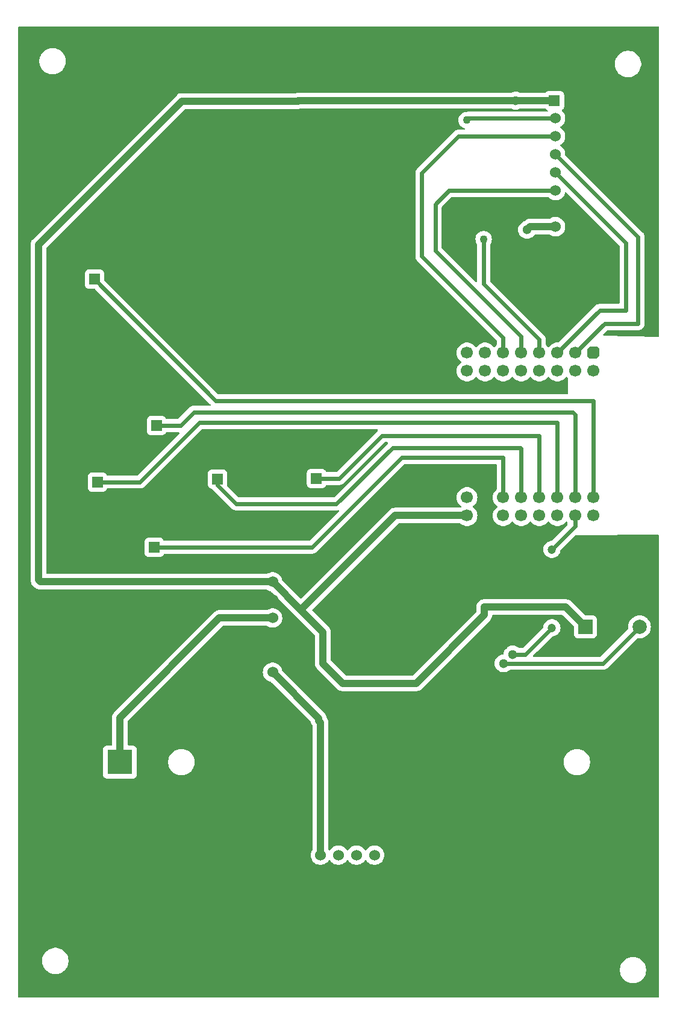
<source format=gbr>
%TF.GenerationSoftware,KiCad,Pcbnew,8.0.4*%
%TF.CreationDate,2024-09-22T22:20:49-05:00*%
%TF.ProjectId,proyecto_doom,70726f79-6563-4746-9f5f-646f6f6d2e6b,rev?*%
%TF.SameCoordinates,Original*%
%TF.FileFunction,Copper,L2,Bot*%
%TF.FilePolarity,Positive*%
%FSLAX46Y46*%
G04 Gerber Fmt 4.6, Leading zero omitted, Abs format (unit mm)*
G04 Created by KiCad (PCBNEW 8.0.4) date 2024-09-22 22:20:49*
%MOMM*%
%LPD*%
G01*
G04 APERTURE LIST*
G04 Aperture macros list*
%AMFreePoly0*
4,1,19,-0.850000,0.510000,-0.510000,0.850000,0.255000,0.850000,0.408997,0.829726,0.552500,0.770285,0.675729,0.675729,0.770285,0.552500,0.829726,0.408997,0.850000,0.255000,0.850000,-0.510000,0.510000,-0.850000,-0.255000,-0.850000,-0.408997,-0.829726,-0.552500,-0.770285,-0.675729,-0.675729,-0.770285,-0.552500,-0.829726,-0.408997,-0.850000,-0.255000,-0.850000,0.510000,-0.850000,0.510000,
$1*%
G04 Aperture macros list end*
%TA.AperFunction,ComponentPad*%
%ADD10R,1.508000X1.508000*%
%TD*%
%TA.AperFunction,ComponentPad*%
%ADD11C,1.508000*%
%TD*%
%TA.AperFunction,ComponentPad*%
%ADD12C,1.200000*%
%TD*%
%TA.AperFunction,ComponentPad*%
%ADD13R,2.000000X2.000000*%
%TD*%
%TA.AperFunction,ComponentPad*%
%ADD14C,2.000000*%
%TD*%
%TA.AperFunction,ComponentPad*%
%ADD15FreePoly0,270.000000*%
%TD*%
%TA.AperFunction,ComponentPad*%
%ADD16C,1.700000*%
%TD*%
%TA.AperFunction,ComponentPad*%
%ADD17C,1.524000*%
%TD*%
%TA.AperFunction,ComponentPad*%
%ADD18C,1.300000*%
%TD*%
%TA.AperFunction,ComponentPad*%
%ADD19R,1.524000X1.524000*%
%TD*%
%TA.AperFunction,ComponentPad*%
%ADD20R,3.500000X3.500000*%
%TD*%
%TA.AperFunction,ComponentPad*%
%ADD21C,3.500000*%
%TD*%
%TA.AperFunction,ViaPad*%
%ADD22C,1.300000*%
%TD*%
%TA.AperFunction,ViaPad*%
%ADD23C,1.100000*%
%TD*%
%TA.AperFunction,Conductor*%
%ADD24C,1.000000*%
%TD*%
%TA.AperFunction,Conductor*%
%ADD25C,0.600000*%
%TD*%
G04 APERTURE END LIST*
D10*
%TO.P,S4,1*%
%TO.N,/switch4*%
X113900000Y-60437500D03*
D11*
%TO.P,S4,2*%
%TO.N,GND*%
X113900000Y-55437500D03*
%TD*%
D10*
%TO.P,S5,1*%
%TO.N,/switch5*%
X122300000Y-98100000D03*
D11*
%TO.P,S5,2*%
%TO.N,GND*%
X122300000Y-93100000D03*
%TD*%
D12*
%TO.P,R1,1*%
%TO.N,/PWM1*%
X178200000Y-98400000D03*
%TO.P,R1,2*%
%TO.N,Net-(Q1-B)*%
X178200000Y-109400000D03*
%TD*%
D10*
%TO.P,S3,1*%
%TO.N,/switch3*%
X145100000Y-88437500D03*
D11*
%TO.P,S3,2*%
%TO.N,GND*%
X145100000Y-83437500D03*
%TD*%
D13*
%TO.P,BZ1,1,+*%
%TO.N,+5V*%
X182900000Y-109270000D03*
D14*
%TO.P,BZ1,2,-*%
%TO.N,Net-(BZ1--)*%
X190500000Y-109270000D03*
%TD*%
D10*
%TO.P,S6,1*%
%TO.N,/switch6*%
X122600000Y-81000000D03*
D11*
%TO.P,S6,2*%
%TO.N,GND*%
X122600000Y-76000000D03*
%TD*%
D15*
%TO.P,U1,1,EN*%
%TO.N,unconnected-(U1-EN-Pad1)*%
X184045000Y-70787500D03*
D16*
%TO.P,U1,2,GPIO3*%
%TO.N,/DATA_3*%
X181505000Y-70787500D03*
%TO.P,U1,3,GPIO5*%
%TO.N,/DATA_4*%
X178965000Y-70787500D03*
%TO.P,U1,4,GPIO7*%
%TO.N,/DATA_1*%
X176425000Y-70787500D03*
%TO.P,U1,5,GPIO9*%
%TO.N,/DATA_5*%
X173885000Y-70787500D03*
%TO.P,U1,6,GPIO11*%
%TO.N,/DATA_2*%
X171345000Y-70787500D03*
%TO.P,U1,7,GPIO12*%
%TO.N,unconnected-(U1-GPIO12-Pad7)*%
X168805000Y-70787500D03*
%TO.P,U1,8,3V3*%
%TO.N,+3.3V*%
X166265000Y-70787500D03*
%TO.P,U1,9,VBUS*%
%TO.N,+5V*%
X166265000Y-93647500D03*
%TO.P,U1,10,GND*%
%TO.N,GND*%
X168805000Y-93647500D03*
%TO.P,U1,11,XTAL_32K_N*%
%TO.N,unconnected-(U1-XTAL_32K_N-Pad11)*%
X171345000Y-93647500D03*
%TO.P,U1,12,DAC_2*%
%TO.N,unconnected-(U1-DAC_2-Pad12)*%
X173885000Y-93647500D03*
%TO.P,U1,13,GPIO33*%
%TO.N,unconnected-(U1-GPIO33-Pad13)*%
X176425000Y-93647500D03*
%TO.P,U1,14,GPIO35*%
%TO.N,unconnected-(U1-GPIO35-Pad14)*%
X178965000Y-93647500D03*
%TO.P,U1,15,GPIO37*%
%TO.N,/PWM1*%
X181505000Y-93647500D03*
%TO.P,U1,16,GPIO39*%
%TO.N,unconnected-(U1-GPIO39-Pad16)*%
X184045000Y-93647500D03*
%TO.P,U1,17,GPIO1*%
%TO.N,unconnected-(U1-GPIO1-Pad17)*%
X184045000Y-73327500D03*
%TO.P,U1,18,GPIO2*%
%TO.N,unconnected-(U1-GPIO2-Pad18)*%
X181505000Y-73327500D03*
%TO.P,U1,19,GPIO4*%
%TO.N,unconnected-(U1-GPIO4-Pad19)*%
X178965000Y-73327500D03*
%TO.P,U1,20,GPIO6*%
%TO.N,unconnected-(U1-GPIO6-Pad20)*%
X176425000Y-73327500D03*
%TO.P,U1,21,GPIO8*%
%TO.N,unconnected-(U1-GPIO8-Pad21)*%
X173885000Y-73327500D03*
%TO.P,U1,22,GPIO10*%
%TO.N,unconnected-(U1-GPIO10-Pad22)*%
X171345000Y-73327500D03*
%TO.P,U1,23,GPIO13*%
%TO.N,unconnected-(U1-GPIO13-Pad23)*%
X168805000Y-73327500D03*
%TO.P,U1,24,GPIO14*%
%TO.N,unconnected-(U1-GPIO14-Pad24)*%
X166265000Y-73327500D03*
%TO.P,U1,25,XTAL_32K_P*%
%TO.N,unconnected-(U1-XTAL_32K_P-Pad25)*%
X166265000Y-91107500D03*
%TO.P,U1,26,GND*%
%TO.N,GND*%
X168805000Y-91107500D03*
%TO.P,U1,27,DAC_1*%
%TO.N,/switch5*%
X171345000Y-91107500D03*
%TO.P,U1,28,GPIO21*%
%TO.N,/switch1*%
X173885000Y-91107500D03*
%TO.P,U1,29,GPIO34*%
%TO.N,/switch3*%
X176425000Y-91107500D03*
%TO.P,U1,30,GPIO36*%
%TO.N,/switch2*%
X178965000Y-91107500D03*
%TO.P,U1,31,GPIO38*%
%TO.N,/switch6*%
X181505000Y-91107500D03*
%TO.P,U1,32,GPIO40*%
%TO.N,/switch4*%
X184045000Y-91107500D03*
%TD*%
D10*
%TO.P,S2,1*%
%TO.N,/switch2*%
X114300000Y-88937500D03*
D11*
%TO.P,S2,2*%
%TO.N,GND*%
X114300000Y-83937500D03*
%TD*%
D17*
%TO.P,U2,1,VIN*%
%TO.N,VDC*%
X138930000Y-115650000D03*
%TO.P,U2,2,GND*%
%TO.N,GND*%
X138930000Y-113110000D03*
%TO.P,U2,3,GND*%
X138930000Y-110570000D03*
%TO.P,U2,4,BAT*%
%TO.N,+BATT*%
X138930000Y-108030000D03*
%TO.P,U2,5,GND*%
%TO.N,GND*%
X138930000Y-105490000D03*
%TO.P,U2,6,OUT-5V*%
%TO.N,+5V*%
X138930000Y-102950000D03*
%TD*%
D10*
%TO.P,S1,1*%
%TO.N,/switch1*%
X131200000Y-88500000D03*
D11*
%TO.P,S1,2*%
%TO.N,GND*%
X131200000Y-83500000D03*
%TD*%
D18*
%TO.P,Q1,1,E*%
%TO.N,GND*%
X171400000Y-111860000D03*
%TO.P,Q1,2,B*%
%TO.N,Net-(Q1-B)*%
X172670000Y-113130000D03*
%TO.P,Q1,3,C*%
%TO.N,Net-(BZ1--)*%
X171400000Y-114400000D03*
%TD*%
D17*
%TO.P,U3,1,gnd*%
%TO.N,GND*%
X155815000Y-141340000D03*
%TO.P,U3,2,IO*%
%TO.N,unconnected-(U3-IO-Pad2)*%
X153275000Y-141340000D03*
%TO.P,U3,3,D+*%
%TO.N,unconnected-(U3-D+-Pad3)*%
X150735000Y-141340000D03*
%TO.P,U3,4,D-*%
%TO.N,unconnected-(U3-D--Pad4)*%
X148195000Y-141340000D03*
%TO.P,U3,5,VBUS*%
%TO.N,VDC*%
X145655000Y-141340000D03*
%TD*%
D19*
%TO.P,DS1,1,LED*%
%TO.N,+5V*%
X178545000Y-35360000D03*
D17*
%TO.P,DS1,2,SCK*%
%TO.N,/DATA_1*%
X178705000Y-37820000D03*
%TO.P,DS1,3,SDA*%
%TO.N,/DATA_2*%
X178705000Y-40360000D03*
%TO.P,DS1,4,A0*%
%TO.N,/DATA_3*%
X178705000Y-42900000D03*
%TO.P,DS1,5,~{RST}*%
%TO.N,/DATA_4*%
X178705000Y-45440000D03*
%TO.P,DS1,6,CS*%
%TO.N,/DATA_5*%
X178705000Y-47980000D03*
%TO.P,DS1,7,GND*%
%TO.N,GND*%
X178705000Y-50520000D03*
%TO.P,DS1,8,VCC*%
%TO.N,+5V*%
X178705000Y-53060000D03*
%TD*%
D20*
%TO.P,BT1,1,+*%
%TO.N,+BATT*%
X117465000Y-128270000D03*
D21*
%TO.P,BT1,2,-*%
%TO.N,GND*%
X189465000Y-128270000D03*
%TD*%
D22*
%TO.N,GND*%
X183500000Y-42900000D03*
X183500000Y-55600000D03*
%TO.N,+5V*%
X174700000Y-53500000D03*
X173100000Y-35360000D03*
D23*
%TO.N,/DATA_1*%
X166200000Y-38100000D03*
X168600000Y-54800000D03*
%TD*%
D24*
%TO.N,+BATT*%
X117465000Y-128270000D02*
X117465000Y-122035000D01*
X117465000Y-122035000D02*
X131470000Y-108030000D01*
X131470000Y-108030000D02*
X138930000Y-108030000D01*
D25*
%TO.N,Net-(BZ1--)*%
X185370000Y-114400000D02*
X171400000Y-114400000D01*
X190500000Y-109270000D02*
X185370000Y-114400000D01*
D24*
%TO.N,+5V*%
X148800000Y-117200000D02*
X146000000Y-114400000D01*
X146000000Y-114400000D02*
X146000000Y-110020000D01*
X146000000Y-110020000D02*
X143240000Y-107260000D01*
X143240000Y-107260000D02*
X142890000Y-106910000D01*
X166265000Y-93647500D02*
X156152500Y-93647500D01*
X180130000Y-106500000D02*
X168700000Y-106500000D01*
X182900000Y-109270000D02*
X180130000Y-106500000D01*
X159100000Y-117200000D02*
X148800000Y-117200000D01*
X175140000Y-53060000D02*
X174700000Y-53500000D01*
X142540000Y-35360000D02*
X142500000Y-35400000D01*
X106000000Y-55600000D02*
X106000000Y-102700000D01*
X173100000Y-35360000D02*
X178545000Y-35360000D01*
X173100000Y-35360000D02*
X142540000Y-35360000D01*
X106250000Y-102950000D02*
X138930000Y-102950000D01*
X142500000Y-35400000D02*
X126200000Y-35400000D01*
X168700000Y-107600000D02*
X159100000Y-117200000D01*
X168700000Y-106500000D02*
X168700000Y-107600000D01*
X106000000Y-102700000D02*
X106250000Y-102950000D01*
X142890000Y-106910000D02*
X138930000Y-102950000D01*
X126200000Y-35400000D02*
X106000000Y-55600000D01*
X156152500Y-93647500D02*
X142890000Y-106910000D01*
X178705000Y-53060000D02*
X175140000Y-53060000D01*
D25*
%TO.N,/DATA_4*%
X178965000Y-70787500D02*
X184952500Y-64800000D01*
X184952500Y-64800000D02*
X188600000Y-64800000D01*
X188600000Y-55335000D02*
X178705000Y-45440000D01*
X188600000Y-64800000D02*
X188600000Y-55335000D01*
%TO.N,/DATA_5*%
X161800000Y-56400000D02*
X161800000Y-49900000D01*
X178725000Y-48000000D02*
X178705000Y-47980000D01*
X163720000Y-47980000D02*
X178705000Y-47980000D01*
X161800000Y-49900000D02*
X163720000Y-47980000D01*
X173885000Y-70787500D02*
X173885000Y-68485000D01*
X174165000Y-71030000D02*
X173861000Y-70726000D01*
X173885000Y-68485000D02*
X161800000Y-56400000D01*
%TO.N,/DATA_2*%
X165040000Y-40360000D02*
X178705000Y-40360000D01*
X159900000Y-45500000D02*
X165040000Y-40360000D01*
X159900000Y-57200000D02*
X159900000Y-45500000D01*
X171345000Y-70787500D02*
X171345000Y-68645000D01*
X171345000Y-68645000D02*
X159900000Y-57200000D01*
%TO.N,/DATA_1*%
X166200000Y-38100000D02*
X166480000Y-37820000D01*
X168600000Y-54800000D02*
X168600000Y-61100000D01*
X168600000Y-61100000D02*
X176425000Y-68925000D01*
X176425000Y-68925000D02*
X176425000Y-70787500D01*
X166480000Y-37820000D02*
X178705000Y-37820000D01*
%TO.N,/DATA_3*%
X190300000Y-66700000D02*
X190300000Y-54495000D01*
X181505000Y-70787500D02*
X185592500Y-66700000D01*
X185592500Y-66700000D02*
X190300000Y-66700000D01*
X190300000Y-54495000D02*
X178705000Y-42900000D01*
%TO.N,/PWM1*%
X181505000Y-93647500D02*
X181505000Y-95095000D01*
X181505000Y-95095000D02*
X178200000Y-98400000D01*
D24*
%TO.N,VDC*%
X145410000Y-122130000D02*
X145410000Y-122450000D01*
X145655000Y-122695000D02*
X145655000Y-141340000D01*
X138930000Y-115650000D02*
X145410000Y-122130000D01*
X145410000Y-122450000D02*
X145655000Y-122695000D01*
D25*
%TO.N,/switch1*%
X133800000Y-92000000D02*
X131200000Y-89400000D01*
X131200000Y-89400000D02*
X131200000Y-88500000D01*
X173885000Y-84185000D02*
X173800000Y-84100000D01*
X173885000Y-91107500D02*
X173885000Y-84185000D01*
X173800000Y-84100000D02*
X155800000Y-84100000D01*
X155800000Y-84100000D02*
X147900000Y-92000000D01*
X147900000Y-92000000D02*
X133800000Y-92000000D01*
%TO.N,/switch2*%
X178965000Y-91107500D02*
X178965000Y-80665000D01*
X128600000Y-80600000D02*
X120262500Y-88937500D01*
X178900000Y-80600000D02*
X128600000Y-80600000D01*
X120262500Y-88937500D02*
X114300000Y-88937500D01*
X178965000Y-80665000D02*
X178900000Y-80600000D01*
%TO.N,/switch3*%
X148262500Y-88437500D02*
X145100000Y-88437500D01*
X176425000Y-91107500D02*
X176425000Y-82425000D01*
X154300000Y-82400000D02*
X148262500Y-88437500D01*
X176400000Y-82400000D02*
X154300000Y-82400000D01*
X176425000Y-82425000D02*
X176400000Y-82400000D01*
%TO.N,/switch4*%
X184000000Y-77500000D02*
X130962500Y-77500000D01*
X184045000Y-77545000D02*
X184000000Y-77500000D01*
X184045000Y-91107500D02*
X184045000Y-77545000D01*
X130962500Y-77500000D02*
X113900000Y-60437500D01*
%TO.N,/switch5*%
X157100000Y-85500000D02*
X144500000Y-98100000D01*
X171300000Y-85500000D02*
X157100000Y-85500000D01*
X144500000Y-98100000D02*
X122300000Y-98100000D01*
X171345000Y-91107500D02*
X171345000Y-85545000D01*
X171345000Y-85545000D02*
X171300000Y-85500000D01*
%TO.N,/switch6*%
X181100000Y-79100000D02*
X127900000Y-79100000D01*
X181505000Y-91107500D02*
X181505000Y-79505000D01*
X126000000Y-81000000D02*
X122600000Y-81000000D01*
X127900000Y-79100000D02*
X126000000Y-81000000D01*
X181505000Y-79505000D02*
X181100000Y-79100000D01*
%TO.N,Net-(Q1-B)*%
X178200000Y-109400000D02*
X174470000Y-113130000D01*
X174470000Y-113130000D02*
X172670000Y-113130000D01*
%TD*%
%TA.AperFunction,Conductor*%
%TO.N,GND*%
G36*
X193162539Y-24920185D02*
G01*
X193208294Y-24972989D01*
X193219500Y-25024500D01*
X193219500Y-68451928D01*
X193199815Y-68518967D01*
X193147011Y-68564722D01*
X193091800Y-68575873D01*
X185511994Y-68349611D01*
X185445572Y-68327935D01*
X185401413Y-68273789D01*
X185393537Y-68204365D01*
X185424446Y-68141703D01*
X185427973Y-68138026D01*
X185929181Y-67636819D01*
X185990504Y-67603334D01*
X186016862Y-67600500D01*
X190388693Y-67600500D01*
X190388694Y-67600499D01*
X190446682Y-67588964D01*
X190562658Y-67565896D01*
X190562661Y-67565894D01*
X190562666Y-67565894D01*
X190726547Y-67498013D01*
X190874035Y-67399464D01*
X190999464Y-67274035D01*
X191098013Y-67126547D01*
X191165894Y-66962666D01*
X191200500Y-66788691D01*
X191200500Y-54406309D01*
X191196271Y-54385051D01*
X191165894Y-54232334D01*
X191154385Y-54204549D01*
X191154384Y-54204547D01*
X191122528Y-54127638D01*
X191098013Y-54068453D01*
X191098011Y-54068451D01*
X191098011Y-54068449D01*
X190999465Y-53920966D01*
X190956446Y-53877947D01*
X190874035Y-53795536D01*
X180105643Y-43027143D01*
X180072158Y-42965820D01*
X180069748Y-42929223D01*
X180072170Y-42900000D01*
X180053524Y-42674971D01*
X179998093Y-42456081D01*
X179907390Y-42249299D01*
X179783889Y-42060267D01*
X179630959Y-41894140D01*
X179630954Y-41894136D01*
X179630952Y-41894134D01*
X179452779Y-41755456D01*
X179452768Y-41755449D01*
X179422474Y-41739055D01*
X179372883Y-41689836D01*
X179357775Y-41621619D01*
X179381945Y-41556063D01*
X179422474Y-41520945D01*
X179425021Y-41519566D01*
X179452771Y-41504549D01*
X179630959Y-41365860D01*
X179783889Y-41199733D01*
X179907390Y-41010701D01*
X179998093Y-40803919D01*
X180053524Y-40585029D01*
X180072170Y-40360000D01*
X180072170Y-40359993D01*
X180053525Y-40134978D01*
X180053524Y-40134975D01*
X180053524Y-40134971D01*
X179998093Y-39916081D01*
X179907390Y-39709299D01*
X179783889Y-39520267D01*
X179630959Y-39354140D01*
X179630954Y-39354136D01*
X179630952Y-39354134D01*
X179452779Y-39215456D01*
X179452768Y-39215449D01*
X179422474Y-39199055D01*
X179372883Y-39149836D01*
X179357775Y-39081619D01*
X179381945Y-39016063D01*
X179422474Y-38980945D01*
X179425021Y-38979566D01*
X179452771Y-38964549D01*
X179630959Y-38825860D01*
X179783889Y-38659733D01*
X179907390Y-38470701D01*
X179998093Y-38263919D01*
X180053524Y-38045029D01*
X180053525Y-38045021D01*
X180072170Y-37820006D01*
X180072170Y-37819993D01*
X180053525Y-37594978D01*
X180053524Y-37594975D01*
X180053524Y-37594971D01*
X179998093Y-37376081D01*
X179907390Y-37169299D01*
X179783889Y-36980267D01*
X179630959Y-36814140D01*
X179630957Y-36814139D01*
X179630955Y-36814136D01*
X179630533Y-36813748D01*
X179630411Y-36813546D01*
X179627485Y-36810367D01*
X179628139Y-36809764D01*
X179594540Y-36753862D01*
X179596639Y-36684024D01*
X179636161Y-36626407D01*
X179638990Y-36624168D01*
X179735282Y-36550282D01*
X179831536Y-36424841D01*
X179892044Y-36278762D01*
X179907500Y-36161361D01*
X179907499Y-34558640D01*
X179907499Y-34558636D01*
X179892046Y-34441246D01*
X179892044Y-34441241D01*
X179892044Y-34441238D01*
X179831536Y-34295159D01*
X179735282Y-34169718D01*
X179609841Y-34073464D01*
X179463762Y-34012956D01*
X179463760Y-34012955D01*
X179346370Y-33997501D01*
X179346367Y-33997500D01*
X179346361Y-33997500D01*
X179346354Y-33997500D01*
X177743636Y-33997500D01*
X177626246Y-34012953D01*
X177626237Y-34012956D01*
X177480160Y-34073463D01*
X177480159Y-34073464D01*
X177354718Y-34169718D01*
X177323050Y-34210988D01*
X177266624Y-34252189D01*
X177224676Y-34259500D01*
X173726397Y-34259500D01*
X173673992Y-34247882D01*
X173594870Y-34210987D01*
X173529330Y-34180425D01*
X173529326Y-34180424D01*
X173529322Y-34180422D01*
X173317977Y-34123793D01*
X173100002Y-34104723D01*
X173099998Y-34104723D01*
X172954682Y-34117436D01*
X172882023Y-34123793D01*
X172882020Y-34123793D01*
X172670677Y-34180422D01*
X172670668Y-34180426D01*
X172526009Y-34247882D01*
X172473604Y-34259500D01*
X142453385Y-34259500D01*
X142429993Y-34263204D01*
X142282304Y-34286596D01*
X142282296Y-34286597D01*
X142261266Y-34293431D01*
X142222948Y-34299500D01*
X126286611Y-34299500D01*
X126113389Y-34299500D01*
X126073728Y-34305781D01*
X125942302Y-34326597D01*
X125777552Y-34380128D01*
X125623211Y-34458768D01*
X125543256Y-34516859D01*
X125483072Y-34560586D01*
X125483070Y-34560588D01*
X125483069Y-34560588D01*
X105160588Y-54883069D01*
X105160588Y-54883070D01*
X105160586Y-54883072D01*
X105142146Y-54908453D01*
X105058768Y-55023211D01*
X104980128Y-55177552D01*
X104926597Y-55342302D01*
X104903017Y-55491184D01*
X104899500Y-55513389D01*
X104899500Y-102613389D01*
X104899500Y-102786611D01*
X104926598Y-102957701D01*
X104980127Y-103122445D01*
X105058768Y-103276788D01*
X105160586Y-103416928D01*
X105533072Y-103789414D01*
X105673212Y-103891232D01*
X105746131Y-103928386D01*
X105827549Y-103969871D01*
X105827551Y-103969871D01*
X105827554Y-103969873D01*
X105992299Y-104023402D01*
X106163389Y-104050500D01*
X106336610Y-104050500D01*
X138083066Y-104050500D01*
X138150105Y-104070185D01*
X138159220Y-104076640D01*
X138182229Y-104094549D01*
X138380814Y-104202018D01*
X138594380Y-104275335D01*
X138680763Y-104289749D01*
X138743648Y-104320199D01*
X138748035Y-104324377D01*
X144863181Y-110439523D01*
X144896666Y-110500846D01*
X144899500Y-110527204D01*
X144899500Y-114486610D01*
X144924449Y-114644137D01*
X144926598Y-114657701D01*
X144980127Y-114822445D01*
X145058768Y-114976788D01*
X145160586Y-115116928D01*
X147960586Y-117916928D01*
X148083072Y-118039414D01*
X148223212Y-118141232D01*
X148377555Y-118219873D01*
X148542299Y-118273402D01*
X148713389Y-118300500D01*
X148713390Y-118300500D01*
X159186610Y-118300500D01*
X159186611Y-118300500D01*
X159357701Y-118273402D01*
X159522445Y-118219873D01*
X159676788Y-118141232D01*
X159816928Y-118039414D01*
X163456345Y-114399997D01*
X170144723Y-114399997D01*
X170144723Y-114400002D01*
X170163793Y-114617975D01*
X170163793Y-114617979D01*
X170220422Y-114829322D01*
X170220424Y-114829326D01*
X170220425Y-114829330D01*
X170266661Y-114928484D01*
X170312897Y-115027638D01*
X170312898Y-115027639D01*
X170438402Y-115206877D01*
X170593123Y-115361598D01*
X170772361Y-115487102D01*
X170970670Y-115579575D01*
X171182023Y-115636207D01*
X171364926Y-115652208D01*
X171399998Y-115655277D01*
X171400000Y-115655277D01*
X171400002Y-115655277D01*
X171428254Y-115652805D01*
X171617977Y-115636207D01*
X171829330Y-115579575D01*
X172027639Y-115487102D01*
X172206877Y-115361598D01*
X172231656Y-115336819D01*
X172292979Y-115303334D01*
X172319337Y-115300500D01*
X185458693Y-115300500D01*
X185458694Y-115300499D01*
X185632666Y-115265895D01*
X185714606Y-115231953D01*
X185796547Y-115198013D01*
X185796549Y-115198011D01*
X185796552Y-115198010D01*
X185884955Y-115138939D01*
X185884955Y-115138938D01*
X185884959Y-115138936D01*
X185944036Y-115099464D01*
X190151848Y-110891649D01*
X190213169Y-110858166D01*
X190249250Y-110855714D01*
X190500000Y-110875449D01*
X190751148Y-110855683D01*
X190996111Y-110796873D01*
X191228859Y-110700466D01*
X191443659Y-110568836D01*
X191635224Y-110405224D01*
X191798836Y-110213659D01*
X191930466Y-109998859D01*
X192026873Y-109766111D01*
X192085683Y-109521148D01*
X192105449Y-109270000D01*
X192085683Y-109018852D01*
X192026873Y-108773889D01*
X192023319Y-108765308D01*
X191930466Y-108541140D01*
X191798839Y-108326346D01*
X191798838Y-108326343D01*
X191725420Y-108240382D01*
X191635224Y-108134776D01*
X191503707Y-108022450D01*
X191443656Y-107971161D01*
X191443653Y-107971160D01*
X191228859Y-107839533D01*
X190996110Y-107743126D01*
X190751151Y-107684317D01*
X190500000Y-107664551D01*
X190248848Y-107684317D01*
X190003889Y-107743126D01*
X189771140Y-107839533D01*
X189556346Y-107971160D01*
X189556343Y-107971161D01*
X189364776Y-108134776D01*
X189201161Y-108326343D01*
X189201160Y-108326346D01*
X189069533Y-108541140D01*
X188973126Y-108773889D01*
X188914317Y-109018848D01*
X188894551Y-109270000D01*
X188914284Y-109520743D01*
X188899919Y-109589120D01*
X188878347Y-109618152D01*
X185033319Y-113463181D01*
X184971996Y-113496666D01*
X184945638Y-113499500D01*
X175673362Y-113499500D01*
X175606323Y-113479815D01*
X175560568Y-113427011D01*
X175550624Y-113357853D01*
X175579649Y-113294297D01*
X175585681Y-113287819D01*
X176172832Y-112700668D01*
X178237436Y-110636062D01*
X178298757Y-110602579D01*
X178306593Y-110601368D01*
X178311236Y-110600500D01*
X178311243Y-110600500D01*
X178529940Y-110559618D01*
X178737401Y-110479247D01*
X178926562Y-110362124D01*
X179089420Y-110213659D01*
X179090979Y-110212238D01*
X179225056Y-110034691D01*
X179225058Y-110034689D01*
X179324229Y-109835528D01*
X179385115Y-109621536D01*
X179405643Y-109400000D01*
X179394264Y-109277204D01*
X179385115Y-109178464D01*
X179385114Y-109178462D01*
X179384000Y-109174547D01*
X179324229Y-108964472D01*
X179324224Y-108964461D01*
X179225061Y-108765316D01*
X179225056Y-108765308D01*
X179090979Y-108587761D01*
X178926562Y-108437876D01*
X178926560Y-108437874D01*
X178737404Y-108320754D01*
X178737398Y-108320752D01*
X178529940Y-108240382D01*
X178311243Y-108199500D01*
X178088757Y-108199500D01*
X177870060Y-108240382D01*
X177738864Y-108291207D01*
X177662601Y-108320752D01*
X177662595Y-108320754D01*
X177473439Y-108437874D01*
X177473437Y-108437876D01*
X177309020Y-108587761D01*
X177174943Y-108765308D01*
X177174938Y-108765316D01*
X177075775Y-108964461D01*
X177075769Y-108964476D01*
X177014885Y-109178462D01*
X177014885Y-109178464D01*
X177005417Y-109280633D01*
X176979630Y-109345570D01*
X176969627Y-109356872D01*
X174133319Y-112193181D01*
X174071996Y-112226666D01*
X174045638Y-112229500D01*
X173589337Y-112229500D01*
X173522298Y-112209815D01*
X173501656Y-112193181D01*
X173476881Y-112168406D01*
X173476877Y-112168402D01*
X173297639Y-112042898D01*
X173297640Y-112042898D01*
X173297638Y-112042897D01*
X173198484Y-111996661D01*
X173099330Y-111950425D01*
X173099326Y-111950424D01*
X173099322Y-111950422D01*
X172887977Y-111893793D01*
X172670002Y-111874723D01*
X172669998Y-111874723D01*
X172524682Y-111887436D01*
X172452023Y-111893793D01*
X172452020Y-111893793D01*
X172240677Y-111950422D01*
X172240668Y-111950426D01*
X172042361Y-112042898D01*
X172042357Y-112042900D01*
X171863121Y-112168402D01*
X171708402Y-112323121D01*
X171582900Y-112502357D01*
X171582898Y-112502361D01*
X171490426Y-112700668D01*
X171490422Y-112700677D01*
X171433793Y-112912020D01*
X171433793Y-112912023D01*
X171422606Y-113039886D01*
X171397153Y-113104955D01*
X171340562Y-113145933D01*
X171309886Y-113152606D01*
X171182023Y-113163793D01*
X171182020Y-113163793D01*
X170970677Y-113220422D01*
X170970668Y-113220426D01*
X170772361Y-113312898D01*
X170772357Y-113312900D01*
X170593121Y-113438402D01*
X170438402Y-113593121D01*
X170312900Y-113772357D01*
X170312898Y-113772361D01*
X170220426Y-113970668D01*
X170220422Y-113970677D01*
X170163793Y-114182020D01*
X170163793Y-114182024D01*
X170144723Y-114399997D01*
X163456345Y-114399997D01*
X169539414Y-108316928D01*
X169641232Y-108176788D01*
X169719873Y-108022446D01*
X169773402Y-107857701D01*
X169797571Y-107705101D01*
X169827500Y-107641968D01*
X169886811Y-107605036D01*
X169920044Y-107600500D01*
X179622796Y-107600500D01*
X179689835Y-107620185D01*
X179710477Y-107636819D01*
X181263181Y-109189523D01*
X181296666Y-109250846D01*
X181299500Y-109277204D01*
X181299500Y-110309363D01*
X181314953Y-110426753D01*
X181314956Y-110426762D01*
X181356560Y-110527204D01*
X181375464Y-110572841D01*
X181471718Y-110698282D01*
X181597159Y-110794536D01*
X181743238Y-110855044D01*
X181860639Y-110870500D01*
X183939360Y-110870499D01*
X183939363Y-110870499D01*
X184056753Y-110855046D01*
X184056757Y-110855044D01*
X184056762Y-110855044D01*
X184202841Y-110794536D01*
X184328282Y-110698282D01*
X184424536Y-110572841D01*
X184485044Y-110426762D01*
X184500500Y-110309361D01*
X184500499Y-108230640D01*
X184500499Y-108230636D01*
X184485046Y-108113246D01*
X184485044Y-108113241D01*
X184485044Y-108113238D01*
X184424536Y-107967159D01*
X184328282Y-107841718D01*
X184202841Y-107745464D01*
X184056762Y-107684956D01*
X184056760Y-107684955D01*
X183939370Y-107669501D01*
X183939367Y-107669500D01*
X183939361Y-107669500D01*
X183939354Y-107669500D01*
X182907204Y-107669500D01*
X182840165Y-107649815D01*
X182819523Y-107633181D01*
X180846930Y-105660588D01*
X180846928Y-105660586D01*
X180706788Y-105558768D01*
X180552445Y-105480127D01*
X180387701Y-105426598D01*
X180387699Y-105426597D01*
X180387698Y-105426597D01*
X180256271Y-105405781D01*
X180216611Y-105399500D01*
X168786611Y-105399500D01*
X168613389Y-105399500D01*
X168573728Y-105405781D01*
X168442302Y-105426597D01*
X168277552Y-105480128D01*
X168123211Y-105558768D01*
X168043256Y-105616859D01*
X167983072Y-105660586D01*
X167983070Y-105660588D01*
X167983069Y-105660588D01*
X167860588Y-105783069D01*
X167860588Y-105783070D01*
X167860586Y-105783072D01*
X167816859Y-105843256D01*
X167758768Y-105923211D01*
X167680128Y-106077552D01*
X167626597Y-106242302D01*
X167599500Y-106413389D01*
X167599500Y-107092796D01*
X167579815Y-107159835D01*
X167563181Y-107180477D01*
X158680477Y-116063181D01*
X158619154Y-116096666D01*
X158592796Y-116099500D01*
X149307204Y-116099500D01*
X149240165Y-116079815D01*
X149219523Y-116063181D01*
X147136819Y-113980477D01*
X147103334Y-113919154D01*
X147100500Y-113892796D01*
X147100500Y-109933389D01*
X147073402Y-109762299D01*
X147019873Y-109597554D01*
X147019871Y-109597551D01*
X147019871Y-109597549D01*
X146941231Y-109443211D01*
X146839414Y-109303072D01*
X144534023Y-106997681D01*
X144500538Y-106936358D01*
X144505522Y-106866666D01*
X144534023Y-106822319D01*
X156572023Y-94784319D01*
X156633346Y-94750834D01*
X156659704Y-94748000D01*
X165274792Y-94748000D01*
X165341831Y-94767685D01*
X165350954Y-94774146D01*
X165364499Y-94784688D01*
X165468933Y-94865972D01*
X165680344Y-94980382D01*
X165680347Y-94980383D01*
X165907699Y-95058433D01*
X165907701Y-95058433D01*
X165907703Y-95058434D01*
X166144808Y-95098000D01*
X166144809Y-95098000D01*
X166385191Y-95098000D01*
X166385192Y-95098000D01*
X166622297Y-95058434D01*
X166849656Y-94980382D01*
X167061067Y-94865972D01*
X167250764Y-94718325D01*
X167413571Y-94541469D01*
X167545049Y-94340228D01*
X167641610Y-94120091D01*
X167700620Y-93887063D01*
X167720471Y-93647500D01*
X167700620Y-93407937D01*
X167641610Y-93174909D01*
X167545049Y-92954772D01*
X167534999Y-92939390D01*
X167476264Y-92849489D01*
X167413571Y-92753531D01*
X167250764Y-92576675D01*
X167120585Y-92475352D01*
X167079773Y-92418643D01*
X167076098Y-92348870D01*
X167110730Y-92288187D01*
X167120585Y-92279647D01*
X167250764Y-92178325D01*
X167413571Y-92001469D01*
X167545049Y-91800228D01*
X167641610Y-91580091D01*
X167700620Y-91347063D01*
X167720471Y-91107500D01*
X167719808Y-91099500D01*
X167700620Y-90867940D01*
X167700620Y-90867937D01*
X167641610Y-90634909D01*
X167545049Y-90414772D01*
X167534999Y-90399390D01*
X167431193Y-90240503D01*
X167413571Y-90213531D01*
X167250764Y-90036675D01*
X167250759Y-90036671D01*
X167250757Y-90036669D01*
X167061075Y-89889033D01*
X167061069Y-89889029D01*
X166849657Y-89774618D01*
X166849652Y-89774616D01*
X166622300Y-89696566D01*
X166444468Y-89666891D01*
X166385192Y-89657000D01*
X166144808Y-89657000D01*
X166097387Y-89664913D01*
X165907699Y-89696566D01*
X165680347Y-89774616D01*
X165680342Y-89774618D01*
X165468930Y-89889029D01*
X165468924Y-89889033D01*
X165279242Y-90036669D01*
X165279239Y-90036672D01*
X165116430Y-90213529D01*
X165116427Y-90213533D01*
X164984951Y-90414770D01*
X164888389Y-90634910D01*
X164829379Y-90867940D01*
X164809529Y-91107494D01*
X164809529Y-91107505D01*
X164829379Y-91347059D01*
X164888389Y-91580089D01*
X164984951Y-91800229D01*
X165098808Y-91974498D01*
X165116429Y-92001469D01*
X165279236Y-92178325D01*
X165409414Y-92279646D01*
X165450226Y-92336356D01*
X165453901Y-92406129D01*
X165419270Y-92466812D01*
X165409414Y-92475352D01*
X165350955Y-92520853D01*
X165285961Y-92546496D01*
X165274792Y-92547000D01*
X156239110Y-92547000D01*
X156065889Y-92547000D01*
X155980344Y-92560549D01*
X155894798Y-92574098D01*
X155730049Y-92627628D01*
X155575711Y-92706268D01*
X155495756Y-92764359D01*
X155435572Y-92808086D01*
X155435570Y-92808088D01*
X155435569Y-92808088D01*
X142977681Y-105265977D01*
X142916358Y-105299462D01*
X142846666Y-105294478D01*
X142802319Y-105265977D01*
X140308503Y-102772161D01*
X140275979Y-102714922D01*
X140223093Y-102506081D01*
X140132390Y-102299299D01*
X140008889Y-102110267D01*
X139855959Y-101944140D01*
X139855954Y-101944136D01*
X139855952Y-101944134D01*
X139677779Y-101805456D01*
X139677773Y-101805452D01*
X139479187Y-101697982D01*
X139479181Y-101697980D01*
X139265622Y-101624665D01*
X139042900Y-101587500D01*
X138817100Y-101587500D01*
X138594377Y-101624665D01*
X138380818Y-101697980D01*
X138380812Y-101697982D01*
X138234781Y-101777011D01*
X138182229Y-101805451D01*
X138159226Y-101823354D01*
X138094233Y-101848996D01*
X138083066Y-101849500D01*
X107224500Y-101849500D01*
X107157461Y-101829815D01*
X107111706Y-101777011D01*
X107100500Y-101725500D01*
X107100500Y-56107204D01*
X107120185Y-56040165D01*
X107136819Y-56019523D01*
X126619523Y-36536819D01*
X126680846Y-36503334D01*
X126707204Y-36500500D01*
X142586610Y-36500500D01*
X142586611Y-36500500D01*
X142757701Y-36473402D01*
X142778731Y-36466568D01*
X142817048Y-36460500D01*
X172473603Y-36460500D01*
X172526007Y-36472117D01*
X172670670Y-36539575D01*
X172882023Y-36596207D01*
X173064926Y-36612208D01*
X173099998Y-36615277D01*
X173100000Y-36615277D01*
X173100002Y-36615277D01*
X173128254Y-36612805D01*
X173317977Y-36596207D01*
X173529330Y-36539575D01*
X173673992Y-36472117D01*
X173726397Y-36460500D01*
X177224676Y-36460500D01*
X177291715Y-36480185D01*
X177323049Y-36509010D01*
X177354718Y-36550282D01*
X177480159Y-36646536D01*
X177480160Y-36646536D01*
X177480161Y-36646537D01*
X177563215Y-36680939D01*
X177617619Y-36724780D01*
X177639684Y-36791074D01*
X177622405Y-36858773D01*
X177571268Y-36906384D01*
X177515763Y-36919500D01*
X166391303Y-36919500D01*
X166252465Y-36947117D01*
X166228274Y-36949500D01*
X166093390Y-36949500D01*
X165883802Y-36988679D01*
X165883799Y-36988679D01*
X165883799Y-36988680D01*
X165684982Y-37065701D01*
X165684980Y-37065702D01*
X165503699Y-37177947D01*
X165346127Y-37321593D01*
X165217632Y-37491746D01*
X165122596Y-37682605D01*
X165122596Y-37682607D01*
X165064244Y-37887689D01*
X165044571Y-38099999D01*
X165044571Y-38100000D01*
X165064244Y-38312310D01*
X165122596Y-38517392D01*
X165122596Y-38517394D01*
X165217632Y-38708253D01*
X165346127Y-38878406D01*
X165346128Y-38878407D01*
X165503698Y-39022052D01*
X165684981Y-39134298D01*
X165883802Y-39211321D01*
X165896058Y-39213612D01*
X165958337Y-39245279D01*
X165993610Y-39305591D01*
X165990676Y-39375399D01*
X165950468Y-39432540D01*
X165885749Y-39458871D01*
X165873271Y-39459500D01*
X164951304Y-39459500D01*
X164777339Y-39494103D01*
X164777323Y-39494108D01*
X164661453Y-39542102D01*
X164661454Y-39542103D01*
X164613454Y-39561986D01*
X164465965Y-39660535D01*
X164465961Y-39660538D01*
X159200540Y-44925958D01*
X159200534Y-44925965D01*
X159167715Y-44975084D01*
X159167715Y-44975085D01*
X159101985Y-45073455D01*
X159101984Y-45073457D01*
X159068745Y-45153706D01*
X159068745Y-45153707D01*
X159034106Y-45237331D01*
X159034103Y-45237341D01*
X159011434Y-45351309D01*
X158999500Y-45411304D01*
X158999500Y-57288696D01*
X159034103Y-57462658D01*
X159034105Y-57462666D01*
X159068046Y-57544606D01*
X159068046Y-57544607D01*
X159101984Y-57626542D01*
X159101985Y-57626544D01*
X159161063Y-57714960D01*
X159161064Y-57714961D01*
X159200534Y-57774034D01*
X170408181Y-68981681D01*
X170441666Y-69043004D01*
X170444500Y-69069362D01*
X170444500Y-69589691D01*
X170424815Y-69656730D01*
X170396663Y-69687544D01*
X170359238Y-69716673D01*
X170196430Y-69893529D01*
X170196429Y-69893531D01*
X170178807Y-69920503D01*
X170125660Y-69965858D01*
X170056429Y-69975280D01*
X169993093Y-69945777D01*
X169971193Y-69920503D01*
X169969154Y-69917383D01*
X169953571Y-69893531D01*
X169790764Y-69716675D01*
X169790759Y-69716671D01*
X169790757Y-69716669D01*
X169601075Y-69569033D01*
X169601069Y-69569029D01*
X169389657Y-69454618D01*
X169389652Y-69454616D01*
X169162300Y-69376566D01*
X168973870Y-69345123D01*
X168925192Y-69337000D01*
X168684808Y-69337000D01*
X168637387Y-69344913D01*
X168447699Y-69376566D01*
X168220347Y-69454616D01*
X168220342Y-69454618D01*
X168008930Y-69569029D01*
X168008924Y-69569033D01*
X167819242Y-69716669D01*
X167819239Y-69716672D01*
X167656430Y-69893529D01*
X167656429Y-69893531D01*
X167638807Y-69920503D01*
X167585660Y-69965858D01*
X167516429Y-69975280D01*
X167453093Y-69945777D01*
X167431193Y-69920503D01*
X167429154Y-69917383D01*
X167413571Y-69893531D01*
X167250764Y-69716675D01*
X167250759Y-69716671D01*
X167250757Y-69716669D01*
X167061075Y-69569033D01*
X167061069Y-69569029D01*
X166849657Y-69454618D01*
X166849652Y-69454616D01*
X166622300Y-69376566D01*
X166433870Y-69345123D01*
X166385192Y-69337000D01*
X166144808Y-69337000D01*
X166097387Y-69344913D01*
X165907699Y-69376566D01*
X165680347Y-69454616D01*
X165680342Y-69454618D01*
X165468930Y-69569029D01*
X165468924Y-69569033D01*
X165279242Y-69716669D01*
X165279239Y-69716672D01*
X165116430Y-69893529D01*
X165116427Y-69893533D01*
X164984951Y-70094770D01*
X164888389Y-70314910D01*
X164829379Y-70547940D01*
X164809529Y-70787494D01*
X164809529Y-70787505D01*
X164829379Y-71027059D01*
X164888389Y-71260089D01*
X164984951Y-71480229D01*
X165098808Y-71654498D01*
X165116429Y-71681469D01*
X165279236Y-71858325D01*
X165296946Y-71872109D01*
X165409414Y-71959647D01*
X165450227Y-72016357D01*
X165453901Y-72086130D01*
X165419269Y-72146813D01*
X165409414Y-72155353D01*
X165279238Y-72256673D01*
X165116430Y-72433529D01*
X165116427Y-72433533D01*
X164984951Y-72634770D01*
X164888389Y-72854910D01*
X164829379Y-73087940D01*
X164809529Y-73327494D01*
X164809529Y-73327505D01*
X164829379Y-73567059D01*
X164888389Y-73800089D01*
X164984951Y-74020229D01*
X165098808Y-74194498D01*
X165116429Y-74221469D01*
X165279236Y-74398325D01*
X165279239Y-74398327D01*
X165279242Y-74398330D01*
X165468924Y-74545966D01*
X165468930Y-74545970D01*
X165468933Y-74545972D01*
X165680344Y-74660382D01*
X165680347Y-74660383D01*
X165907699Y-74738433D01*
X165907701Y-74738433D01*
X165907703Y-74738434D01*
X166144808Y-74778000D01*
X166144809Y-74778000D01*
X166385191Y-74778000D01*
X166385192Y-74778000D01*
X166622297Y-74738434D01*
X166849656Y-74660382D01*
X167061067Y-74545972D01*
X167250764Y-74398325D01*
X167413571Y-74221469D01*
X167431193Y-74194495D01*
X167484337Y-74149141D01*
X167553568Y-74139717D01*
X167616904Y-74169218D01*
X167638804Y-74194492D01*
X167656429Y-74221469D01*
X167819236Y-74398325D01*
X167819239Y-74398327D01*
X167819242Y-74398330D01*
X168008924Y-74545966D01*
X168008930Y-74545970D01*
X168008933Y-74545972D01*
X168220344Y-74660382D01*
X168220347Y-74660383D01*
X168447699Y-74738433D01*
X168447701Y-74738433D01*
X168447703Y-74738434D01*
X168684808Y-74778000D01*
X168684809Y-74778000D01*
X168925191Y-74778000D01*
X168925192Y-74778000D01*
X169162297Y-74738434D01*
X169389656Y-74660382D01*
X169601067Y-74545972D01*
X169790764Y-74398325D01*
X169953571Y-74221469D01*
X169971193Y-74194495D01*
X170024337Y-74149141D01*
X170093568Y-74139717D01*
X170156904Y-74169218D01*
X170178804Y-74194492D01*
X170196429Y-74221469D01*
X170359236Y-74398325D01*
X170359239Y-74398327D01*
X170359242Y-74398330D01*
X170548924Y-74545966D01*
X170548930Y-74545970D01*
X170548933Y-74545972D01*
X170760344Y-74660382D01*
X170760347Y-74660383D01*
X170987699Y-74738433D01*
X170987701Y-74738433D01*
X170987703Y-74738434D01*
X171224808Y-74778000D01*
X171224809Y-74778000D01*
X171465191Y-74778000D01*
X171465192Y-74778000D01*
X171702297Y-74738434D01*
X171929656Y-74660382D01*
X172141067Y-74545972D01*
X172330764Y-74398325D01*
X172493571Y-74221469D01*
X172511193Y-74194495D01*
X172564337Y-74149141D01*
X172633568Y-74139717D01*
X172696904Y-74169218D01*
X172718804Y-74194492D01*
X172736429Y-74221469D01*
X172899236Y-74398325D01*
X172899239Y-74398327D01*
X172899242Y-74398330D01*
X173088924Y-74545966D01*
X173088930Y-74545970D01*
X173088933Y-74545972D01*
X173300344Y-74660382D01*
X173300347Y-74660383D01*
X173527699Y-74738433D01*
X173527701Y-74738433D01*
X173527703Y-74738434D01*
X173764808Y-74778000D01*
X173764809Y-74778000D01*
X174005191Y-74778000D01*
X174005192Y-74778000D01*
X174242297Y-74738434D01*
X174469656Y-74660382D01*
X174681067Y-74545972D01*
X174870764Y-74398325D01*
X175033571Y-74221469D01*
X175051193Y-74194495D01*
X175104337Y-74149141D01*
X175173568Y-74139717D01*
X175236904Y-74169218D01*
X175258804Y-74194492D01*
X175276429Y-74221469D01*
X175439236Y-74398325D01*
X175439239Y-74398327D01*
X175439242Y-74398330D01*
X175628924Y-74545966D01*
X175628930Y-74545970D01*
X175628933Y-74545972D01*
X175840344Y-74660382D01*
X175840347Y-74660383D01*
X176067699Y-74738433D01*
X176067701Y-74738433D01*
X176067703Y-74738434D01*
X176304808Y-74778000D01*
X176304809Y-74778000D01*
X176545191Y-74778000D01*
X176545192Y-74778000D01*
X176782297Y-74738434D01*
X177009656Y-74660382D01*
X177221067Y-74545972D01*
X177410764Y-74398325D01*
X177573571Y-74221469D01*
X177591193Y-74194495D01*
X177644337Y-74149141D01*
X177713568Y-74139717D01*
X177776904Y-74169218D01*
X177798804Y-74194492D01*
X177816429Y-74221469D01*
X177979236Y-74398325D01*
X177979239Y-74398327D01*
X177979242Y-74398330D01*
X178168924Y-74545966D01*
X178168930Y-74545970D01*
X178168933Y-74545972D01*
X178380344Y-74660382D01*
X178380347Y-74660383D01*
X178607699Y-74738433D01*
X178607701Y-74738433D01*
X178607703Y-74738434D01*
X178844808Y-74778000D01*
X178844809Y-74778000D01*
X179085191Y-74778000D01*
X179085192Y-74778000D01*
X179322297Y-74738434D01*
X179549656Y-74660382D01*
X179761067Y-74545972D01*
X179950764Y-74398325D01*
X180113571Y-74221469D01*
X180131193Y-74194495D01*
X180184337Y-74149141D01*
X180253568Y-74139717D01*
X180316904Y-74169218D01*
X180338804Y-74194492D01*
X180356427Y-74221466D01*
X180356430Y-74221470D01*
X180445236Y-74317939D01*
X180476158Y-74380594D01*
X180478005Y-74402362D01*
X180470653Y-76475940D01*
X180450731Y-76542909D01*
X180397765Y-76588476D01*
X180346654Y-76599500D01*
X131386862Y-76599500D01*
X131319823Y-76579815D01*
X131299181Y-76563181D01*
X115290818Y-60554818D01*
X115257333Y-60493495D01*
X115254499Y-60467137D01*
X115254499Y-59644136D01*
X115239046Y-59526746D01*
X115239044Y-59526739D01*
X115239044Y-59526738D01*
X115178536Y-59380659D01*
X115082282Y-59255218D01*
X114956841Y-59158964D01*
X114810762Y-59098456D01*
X114810760Y-59098455D01*
X114693370Y-59083001D01*
X114693367Y-59083000D01*
X114693361Y-59083000D01*
X114693354Y-59083000D01*
X113106636Y-59083000D01*
X112989246Y-59098453D01*
X112989237Y-59098456D01*
X112843160Y-59158963D01*
X112717718Y-59255218D01*
X112621463Y-59380660D01*
X112560956Y-59526737D01*
X112560955Y-59526739D01*
X112545501Y-59644129D01*
X112545501Y-59644136D01*
X112545500Y-59644145D01*
X112545500Y-61230863D01*
X112560953Y-61348253D01*
X112560956Y-61348262D01*
X112621464Y-61494341D01*
X112717718Y-61619782D01*
X112843159Y-61716036D01*
X112989238Y-61776544D01*
X113106639Y-61792000D01*
X113929637Y-61791999D01*
X113996676Y-61811683D01*
X114017318Y-61828318D01*
X130176818Y-77987819D01*
X130210303Y-78049142D01*
X130205319Y-78118834D01*
X130163447Y-78174767D01*
X130097983Y-78199184D01*
X130089137Y-78199500D01*
X127811303Y-78199500D01*
X127637339Y-78234103D01*
X127637323Y-78234108D01*
X127521453Y-78282102D01*
X127521454Y-78282103D01*
X127473454Y-78301986D01*
X127473453Y-78301987D01*
X127412054Y-78343013D01*
X127325964Y-78400535D01*
X127325961Y-78400538D01*
X125663319Y-80063181D01*
X125601996Y-80096666D01*
X125575638Y-80099500D01*
X124026149Y-80099500D01*
X123959110Y-80079815D01*
X123913355Y-80027011D01*
X123911588Y-80022953D01*
X123878536Y-79943160D01*
X123878536Y-79943159D01*
X123782282Y-79817718D01*
X123656841Y-79721464D01*
X123510762Y-79660956D01*
X123510760Y-79660955D01*
X123393370Y-79645501D01*
X123393367Y-79645500D01*
X123393361Y-79645500D01*
X123393354Y-79645500D01*
X121806636Y-79645500D01*
X121689246Y-79660953D01*
X121689237Y-79660956D01*
X121543160Y-79721463D01*
X121417718Y-79817718D01*
X121321463Y-79943160D01*
X121260956Y-80089237D01*
X121260955Y-80089239D01*
X121245501Y-80206629D01*
X121245500Y-80206645D01*
X121245501Y-81793360D01*
X121260953Y-81910753D01*
X121260956Y-81910762D01*
X121315377Y-82042147D01*
X121321464Y-82056841D01*
X121417718Y-82182282D01*
X121543159Y-82278536D01*
X121689238Y-82339044D01*
X121806639Y-82354500D01*
X123393360Y-82354499D01*
X123393363Y-82354499D01*
X123510753Y-82339046D01*
X123510757Y-82339044D01*
X123510762Y-82339044D01*
X123656841Y-82278536D01*
X123782282Y-82182282D01*
X123878536Y-82056841D01*
X123911588Y-81977047D01*
X123955429Y-81922644D01*
X124021724Y-81900579D01*
X124026149Y-81900500D01*
X125726639Y-81900500D01*
X125793678Y-81920185D01*
X125839433Y-81972989D01*
X125849377Y-82042147D01*
X125820352Y-82105703D01*
X125814320Y-82112180D01*
X122853511Y-85072989D01*
X119925819Y-88000681D01*
X119864496Y-88034166D01*
X119838138Y-88037000D01*
X115726149Y-88037000D01*
X115659110Y-88017315D01*
X115613355Y-87964511D01*
X115611588Y-87960453D01*
X115578536Y-87880660D01*
X115578536Y-87880659D01*
X115482282Y-87755218D01*
X115356841Y-87658964D01*
X115321050Y-87644139D01*
X115210762Y-87598456D01*
X115210760Y-87598455D01*
X115093370Y-87583001D01*
X115093367Y-87583000D01*
X115093361Y-87583000D01*
X115093354Y-87583000D01*
X113506636Y-87583000D01*
X113389246Y-87598453D01*
X113389237Y-87598456D01*
X113243160Y-87658963D01*
X113117718Y-87755218D01*
X113021463Y-87880660D01*
X112960956Y-88026737D01*
X112960955Y-88026739D01*
X112945501Y-88144129D01*
X112945500Y-88144145D01*
X112945500Y-89730863D01*
X112960953Y-89848253D01*
X112960956Y-89848262D01*
X113021464Y-89994341D01*
X113117718Y-90119782D01*
X113243159Y-90216036D01*
X113389238Y-90276544D01*
X113506639Y-90292000D01*
X115093360Y-90291999D01*
X115093363Y-90291999D01*
X115210753Y-90276546D01*
X115210757Y-90276544D01*
X115210762Y-90276544D01*
X115356841Y-90216036D01*
X115482282Y-90119782D01*
X115578536Y-89994341D01*
X115611588Y-89914547D01*
X115655429Y-89860144D01*
X115721724Y-89838079D01*
X115726149Y-89838000D01*
X120351193Y-89838000D01*
X120351194Y-89837999D01*
X120525166Y-89803395D01*
X120607106Y-89769453D01*
X120689047Y-89735513D01*
X120689049Y-89735511D01*
X120689052Y-89735510D01*
X120777455Y-89676439D01*
X120777455Y-89676438D01*
X120777459Y-89676436D01*
X120836536Y-89636964D01*
X128936680Y-81536818D01*
X128998003Y-81503334D01*
X129024361Y-81500500D01*
X153626639Y-81500500D01*
X153693678Y-81520185D01*
X153739433Y-81572989D01*
X153749377Y-81642147D01*
X153720352Y-81705703D01*
X153714320Y-81712181D01*
X147925819Y-87500681D01*
X147864496Y-87534166D01*
X147838138Y-87537000D01*
X146526149Y-87537000D01*
X146459110Y-87517315D01*
X146413355Y-87464511D01*
X146411588Y-87460453D01*
X146378536Y-87380660D01*
X146378536Y-87380659D01*
X146282282Y-87255218D01*
X146156841Y-87158964D01*
X146124338Y-87145501D01*
X146010762Y-87098456D01*
X146010760Y-87098455D01*
X145893370Y-87083001D01*
X145893367Y-87083000D01*
X145893361Y-87083000D01*
X145893354Y-87083000D01*
X144306636Y-87083000D01*
X144189246Y-87098453D01*
X144189237Y-87098456D01*
X144043160Y-87158963D01*
X143917718Y-87255218D01*
X143821463Y-87380660D01*
X143760956Y-87526737D01*
X143760955Y-87526739D01*
X143745501Y-87644129D01*
X143745500Y-87644145D01*
X143745500Y-89230863D01*
X143760953Y-89348253D01*
X143760956Y-89348262D01*
X143821464Y-89494341D01*
X143917718Y-89619782D01*
X144043159Y-89716036D01*
X144189238Y-89776544D01*
X144306639Y-89792000D01*
X145893360Y-89791999D01*
X145893363Y-89791999D01*
X146010753Y-89776546D01*
X146010757Y-89776544D01*
X146010762Y-89776544D01*
X146156841Y-89716036D01*
X146282282Y-89619782D01*
X146378536Y-89494341D01*
X146411588Y-89414547D01*
X146455429Y-89360144D01*
X146521724Y-89338079D01*
X146526149Y-89338000D01*
X148351193Y-89338000D01*
X148351194Y-89337999D01*
X148525166Y-89303395D01*
X148607106Y-89269453D01*
X148689047Y-89235513D01*
X148689049Y-89235511D01*
X148689052Y-89235510D01*
X148777455Y-89176439D01*
X148777455Y-89176438D01*
X148777459Y-89176436D01*
X148836536Y-89136964D01*
X154636680Y-83336818D01*
X154698003Y-83303334D01*
X154724361Y-83300500D01*
X155026637Y-83300500D01*
X155093676Y-83320185D01*
X155139431Y-83372989D01*
X155149375Y-83442147D01*
X155120350Y-83505703D01*
X155114318Y-83512181D01*
X147563319Y-91063181D01*
X147501996Y-91096666D01*
X147475638Y-91099500D01*
X134224361Y-91099500D01*
X134157322Y-91079815D01*
X134136680Y-91063181D01*
X132575910Y-89502410D01*
X132542425Y-89441087D01*
X132540652Y-89398546D01*
X132554500Y-89293361D01*
X132554499Y-87706640D01*
X132554499Y-87706639D01*
X132554499Y-87706636D01*
X132539046Y-87589246D01*
X132539044Y-87589239D01*
X132539044Y-87589238D01*
X132478536Y-87443159D01*
X132382282Y-87317718D01*
X132256841Y-87221464D01*
X132110762Y-87160956D01*
X132110760Y-87160955D01*
X131993370Y-87145501D01*
X131993367Y-87145500D01*
X131993361Y-87145500D01*
X131993354Y-87145500D01*
X130406636Y-87145500D01*
X130289246Y-87160953D01*
X130289237Y-87160956D01*
X130143160Y-87221463D01*
X130017718Y-87317718D01*
X129921463Y-87443160D01*
X129860956Y-87589237D01*
X129860955Y-87589239D01*
X129851776Y-87658964D01*
X129845501Y-87706636D01*
X129845500Y-87706645D01*
X129845500Y-89293363D01*
X129860953Y-89410753D01*
X129860956Y-89410762D01*
X129921464Y-89556841D01*
X130017718Y-89682282D01*
X130143159Y-89778536D01*
X130289238Y-89839044D01*
X130366314Y-89849191D01*
X130430211Y-89877457D01*
X130453231Y-89903239D01*
X130500537Y-89974038D01*
X130500540Y-89974041D01*
X133100536Y-92574035D01*
X133170286Y-92643785D01*
X133225966Y-92699465D01*
X133306878Y-92753529D01*
X133373453Y-92798013D01*
X133497724Y-92849487D01*
X133497727Y-92849488D01*
X133497728Y-92849489D01*
X133537329Y-92865892D01*
X133537334Y-92865894D01*
X133537338Y-92865894D01*
X133537339Y-92865895D01*
X133711305Y-92900500D01*
X133711308Y-92900500D01*
X147988693Y-92900500D01*
X147988693Y-92900499D01*
X148133667Y-92871663D01*
X148203257Y-92877890D01*
X148258434Y-92920753D01*
X148281679Y-92986643D01*
X148265611Y-93054640D01*
X148245538Y-93080961D01*
X144163319Y-97163181D01*
X144101996Y-97196666D01*
X144075638Y-97199500D01*
X123726149Y-97199500D01*
X123659110Y-97179815D01*
X123613355Y-97127011D01*
X123611588Y-97122953D01*
X123578536Y-97043160D01*
X123578536Y-97043159D01*
X123482282Y-96917718D01*
X123356841Y-96821464D01*
X123210762Y-96760956D01*
X123210760Y-96760955D01*
X123093370Y-96745501D01*
X123093367Y-96745500D01*
X123093361Y-96745500D01*
X123093354Y-96745500D01*
X121506636Y-96745500D01*
X121389246Y-96760953D01*
X121389237Y-96760956D01*
X121243160Y-96821463D01*
X121117718Y-96917718D01*
X121021463Y-97043160D01*
X120960956Y-97189237D01*
X120960955Y-97189239D01*
X120945501Y-97306629D01*
X120945500Y-97306645D01*
X120945500Y-98893363D01*
X120960953Y-99010753D01*
X120960956Y-99010762D01*
X121021464Y-99156841D01*
X121117718Y-99282282D01*
X121243159Y-99378536D01*
X121389238Y-99439044D01*
X121506639Y-99454500D01*
X123093360Y-99454499D01*
X123093363Y-99454499D01*
X123210753Y-99439046D01*
X123210757Y-99439044D01*
X123210762Y-99439044D01*
X123356841Y-99378536D01*
X123482282Y-99282282D01*
X123578536Y-99156841D01*
X123611588Y-99077047D01*
X123655429Y-99022644D01*
X123721724Y-99000579D01*
X123726149Y-99000500D01*
X144588693Y-99000500D01*
X144588694Y-99000499D01*
X144762666Y-98965895D01*
X144844606Y-98931953D01*
X144926547Y-98898013D01*
X145033503Y-98826547D01*
X145074036Y-98799464D01*
X157436681Y-86436819D01*
X157498004Y-86403334D01*
X157524362Y-86400500D01*
X170320500Y-86400500D01*
X170387539Y-86420185D01*
X170433294Y-86472989D01*
X170444500Y-86524500D01*
X170444500Y-89909691D01*
X170424815Y-89976730D01*
X170396663Y-90007544D01*
X170359238Y-90036673D01*
X170196430Y-90213529D01*
X170196427Y-90213533D01*
X170064951Y-90414770D01*
X169968389Y-90634910D01*
X169909379Y-90867940D01*
X169889529Y-91107494D01*
X169889529Y-91107505D01*
X169909379Y-91347059D01*
X169968389Y-91580089D01*
X170064951Y-91800229D01*
X170178808Y-91974498D01*
X170196429Y-92001469D01*
X170359236Y-92178325D01*
X170430144Y-92233514D01*
X170489414Y-92279647D01*
X170530227Y-92336357D01*
X170533901Y-92406130D01*
X170499269Y-92466813D01*
X170489414Y-92475353D01*
X170359238Y-92576673D01*
X170196430Y-92753529D01*
X170196427Y-92753533D01*
X170064951Y-92954770D01*
X169968389Y-93174910D01*
X169909379Y-93407940D01*
X169889529Y-93647494D01*
X169889529Y-93647505D01*
X169909379Y-93887059D01*
X169968389Y-94120089D01*
X170064951Y-94340229D01*
X170178808Y-94514498D01*
X170196429Y-94541469D01*
X170359236Y-94718325D01*
X170359239Y-94718327D01*
X170359242Y-94718330D01*
X170548924Y-94865966D01*
X170548930Y-94865970D01*
X170548933Y-94865972D01*
X170760344Y-94980382D01*
X170760347Y-94980383D01*
X170987699Y-95058433D01*
X170987701Y-95058433D01*
X170987703Y-95058434D01*
X171224808Y-95098000D01*
X171224809Y-95098000D01*
X171465191Y-95098000D01*
X171465192Y-95098000D01*
X171702297Y-95058434D01*
X171929656Y-94980382D01*
X172141067Y-94865972D01*
X172330764Y-94718325D01*
X172493571Y-94541469D01*
X172511193Y-94514495D01*
X172564337Y-94469141D01*
X172633568Y-94459717D01*
X172696904Y-94489218D01*
X172718804Y-94514492D01*
X172736429Y-94541469D01*
X172899236Y-94718325D01*
X172899239Y-94718327D01*
X172899242Y-94718330D01*
X173088924Y-94865966D01*
X173088930Y-94865970D01*
X173088933Y-94865972D01*
X173300344Y-94980382D01*
X173300347Y-94980383D01*
X173527699Y-95058433D01*
X173527701Y-95058433D01*
X173527703Y-95058434D01*
X173764808Y-95098000D01*
X173764809Y-95098000D01*
X174005191Y-95098000D01*
X174005192Y-95098000D01*
X174242297Y-95058434D01*
X174469656Y-94980382D01*
X174681067Y-94865972D01*
X174870764Y-94718325D01*
X175033571Y-94541469D01*
X175051193Y-94514495D01*
X175104337Y-94469141D01*
X175173568Y-94459717D01*
X175236904Y-94489218D01*
X175258804Y-94514492D01*
X175276429Y-94541469D01*
X175439236Y-94718325D01*
X175439239Y-94718327D01*
X175439242Y-94718330D01*
X175628924Y-94865966D01*
X175628930Y-94865970D01*
X175628933Y-94865972D01*
X175840344Y-94980382D01*
X175840347Y-94980383D01*
X176067699Y-95058433D01*
X176067701Y-95058433D01*
X176067703Y-95058434D01*
X176304808Y-95098000D01*
X176304809Y-95098000D01*
X176545191Y-95098000D01*
X176545192Y-95098000D01*
X176782297Y-95058434D01*
X177009656Y-94980382D01*
X177221067Y-94865972D01*
X177410764Y-94718325D01*
X177573571Y-94541469D01*
X177591193Y-94514495D01*
X177644337Y-94469141D01*
X177713568Y-94459717D01*
X177776904Y-94489218D01*
X177798804Y-94514492D01*
X177816429Y-94541469D01*
X177979236Y-94718325D01*
X177979239Y-94718327D01*
X177979242Y-94718330D01*
X178168924Y-94865966D01*
X178168930Y-94865970D01*
X178168933Y-94865972D01*
X178380344Y-94980382D01*
X178380347Y-94980383D01*
X178607699Y-95058433D01*
X178607701Y-95058433D01*
X178607703Y-95058434D01*
X178844808Y-95098000D01*
X178844809Y-95098000D01*
X179085191Y-95098000D01*
X179085192Y-95098000D01*
X179322297Y-95058434D01*
X179549656Y-94980382D01*
X179761067Y-94865972D01*
X179950764Y-94718325D01*
X180113571Y-94541469D01*
X180131193Y-94514495D01*
X180184337Y-94469141D01*
X180253568Y-94459717D01*
X180316904Y-94489218D01*
X180338804Y-94514492D01*
X180356427Y-94541466D01*
X180356430Y-94541470D01*
X180373456Y-94559965D01*
X180404378Y-94622620D01*
X180406225Y-94644388D01*
X180405424Y-94870150D01*
X180385502Y-94937119D01*
X180369106Y-94957391D01*
X178162564Y-97163935D01*
X178101241Y-97197420D01*
X178093401Y-97198632D01*
X178088758Y-97199500D01*
X178088757Y-97199500D01*
X177870060Y-97240382D01*
X177738864Y-97291207D01*
X177662601Y-97320752D01*
X177662595Y-97320754D01*
X177473439Y-97437874D01*
X177473437Y-97437876D01*
X177309020Y-97587761D01*
X177174943Y-97765308D01*
X177174938Y-97765316D01*
X177075775Y-97964461D01*
X177075769Y-97964476D01*
X177014885Y-98178462D01*
X177014884Y-98178464D01*
X176994357Y-98399999D01*
X176994357Y-98400000D01*
X177014884Y-98621535D01*
X177014885Y-98621537D01*
X177075769Y-98835523D01*
X177075775Y-98835538D01*
X177174938Y-99034683D01*
X177174943Y-99034691D01*
X177309020Y-99212238D01*
X177473437Y-99362123D01*
X177473439Y-99362125D01*
X177662595Y-99479245D01*
X177662596Y-99479245D01*
X177662599Y-99479247D01*
X177870060Y-99559618D01*
X178088757Y-99600500D01*
X178088759Y-99600500D01*
X178311241Y-99600500D01*
X178311243Y-99600500D01*
X178529940Y-99559618D01*
X178737401Y-99479247D01*
X178926562Y-99362124D01*
X179090981Y-99212236D01*
X179225058Y-99034689D01*
X179324229Y-98835528D01*
X179385115Y-98621536D01*
X179394582Y-98519365D01*
X179420368Y-98454429D01*
X179430364Y-98443134D01*
X181445766Y-96427732D01*
X181507086Y-96394250D01*
X181532500Y-96391420D01*
X193094564Y-96303829D01*
X193161747Y-96323004D01*
X193207901Y-96375460D01*
X193219500Y-96427824D01*
X193219500Y-161215500D01*
X193199815Y-161282539D01*
X193147011Y-161328294D01*
X193095500Y-161339500D01*
X103304500Y-161339500D01*
X103237461Y-161319815D01*
X103191706Y-161267011D01*
X103180500Y-161215500D01*
X103180500Y-156078711D01*
X106549500Y-156078711D01*
X106549500Y-156321288D01*
X106581161Y-156561785D01*
X106643947Y-156796104D01*
X106688596Y-156903895D01*
X106736776Y-157020212D01*
X106858064Y-157230289D01*
X106858066Y-157230292D01*
X106858067Y-157230293D01*
X107005733Y-157422736D01*
X107005739Y-157422743D01*
X107177256Y-157594260D01*
X107177262Y-157594265D01*
X107369711Y-157741936D01*
X107579788Y-157863224D01*
X107803900Y-157956054D01*
X108038211Y-158018838D01*
X108218586Y-158042584D01*
X108278711Y-158050500D01*
X108278712Y-158050500D01*
X108521289Y-158050500D01*
X108569388Y-158044167D01*
X108761789Y-158018838D01*
X108996100Y-157956054D01*
X109220212Y-157863224D01*
X109430289Y-157741936D01*
X109622738Y-157594265D01*
X109794265Y-157422738D01*
X109828048Y-157378711D01*
X187749500Y-157378711D01*
X187749500Y-157621288D01*
X187781161Y-157861785D01*
X187843947Y-158096104D01*
X187936773Y-158320205D01*
X187936776Y-158320212D01*
X188058064Y-158530289D01*
X188058066Y-158530292D01*
X188058067Y-158530293D01*
X188205733Y-158722736D01*
X188205739Y-158722743D01*
X188377256Y-158894260D01*
X188377262Y-158894265D01*
X188569711Y-159041936D01*
X188779788Y-159163224D01*
X189003900Y-159256054D01*
X189238211Y-159318838D01*
X189418586Y-159342584D01*
X189478711Y-159350500D01*
X189478712Y-159350500D01*
X189721289Y-159350500D01*
X189769388Y-159344167D01*
X189961789Y-159318838D01*
X190196100Y-159256054D01*
X190420212Y-159163224D01*
X190630289Y-159041936D01*
X190822738Y-158894265D01*
X190994265Y-158722738D01*
X191141936Y-158530289D01*
X191263224Y-158320212D01*
X191356054Y-158096100D01*
X191418838Y-157861789D01*
X191450500Y-157621288D01*
X191450500Y-157378712D01*
X191418838Y-157138211D01*
X191356054Y-156903900D01*
X191263224Y-156679788D01*
X191141936Y-156469711D01*
X190994265Y-156277262D01*
X190994260Y-156277256D01*
X190822743Y-156105739D01*
X190822736Y-156105733D01*
X190630293Y-155958067D01*
X190630292Y-155958066D01*
X190630289Y-155958064D01*
X190422703Y-155838214D01*
X190420214Y-155836777D01*
X190420205Y-155836773D01*
X190196104Y-155743947D01*
X189961785Y-155681161D01*
X189721289Y-155649500D01*
X189721288Y-155649500D01*
X189478712Y-155649500D01*
X189478711Y-155649500D01*
X189238214Y-155681161D01*
X189003895Y-155743947D01*
X188779794Y-155836773D01*
X188779785Y-155836777D01*
X188569706Y-155958067D01*
X188377263Y-156105733D01*
X188377256Y-156105739D01*
X188205739Y-156277256D01*
X188205733Y-156277263D01*
X188058067Y-156469706D01*
X187936777Y-156679785D01*
X187936773Y-156679794D01*
X187843947Y-156903895D01*
X187781161Y-157138214D01*
X187749500Y-157378711D01*
X109828048Y-157378711D01*
X109941936Y-157230289D01*
X110063224Y-157020212D01*
X110156054Y-156796100D01*
X110218838Y-156561789D01*
X110250500Y-156321288D01*
X110250500Y-156078712D01*
X110218838Y-155838211D01*
X110156054Y-155603900D01*
X110063224Y-155379788D01*
X109941936Y-155169711D01*
X109794265Y-154977262D01*
X109794260Y-154977256D01*
X109622743Y-154805739D01*
X109622736Y-154805733D01*
X109430293Y-154658067D01*
X109430292Y-154658066D01*
X109430289Y-154658064D01*
X109220212Y-154536776D01*
X109220205Y-154536773D01*
X108996104Y-154443947D01*
X108761785Y-154381161D01*
X108521289Y-154349500D01*
X108521288Y-154349500D01*
X108278712Y-154349500D01*
X108278711Y-154349500D01*
X108038214Y-154381161D01*
X107803895Y-154443947D01*
X107579794Y-154536773D01*
X107579785Y-154536777D01*
X107369706Y-154658067D01*
X107177263Y-154805733D01*
X107177256Y-154805739D01*
X107005739Y-154977256D01*
X107005733Y-154977263D01*
X106858067Y-155169706D01*
X106736777Y-155379785D01*
X106736773Y-155379794D01*
X106643947Y-155603895D01*
X106581161Y-155838214D01*
X106549500Y-156078711D01*
X103180500Y-156078711D01*
X103180500Y-126480645D01*
X115114500Y-126480645D01*
X115114500Y-130059363D01*
X115129953Y-130176753D01*
X115129956Y-130176762D01*
X115190464Y-130322841D01*
X115286718Y-130448282D01*
X115412159Y-130544536D01*
X115558238Y-130605044D01*
X115675639Y-130620500D01*
X119254360Y-130620499D01*
X119254363Y-130620499D01*
X119371753Y-130605046D01*
X119371757Y-130605044D01*
X119371762Y-130605044D01*
X119517841Y-130544536D01*
X119643282Y-130448282D01*
X119739536Y-130322841D01*
X119800044Y-130176762D01*
X119815500Y-130059361D01*
X119815499Y-128148711D01*
X124259500Y-128148711D01*
X124259500Y-128391288D01*
X124291161Y-128631785D01*
X124353947Y-128866104D01*
X124446773Y-129090205D01*
X124446776Y-129090212D01*
X124568064Y-129300289D01*
X124568066Y-129300292D01*
X124568067Y-129300293D01*
X124715733Y-129492736D01*
X124715739Y-129492743D01*
X124887256Y-129664260D01*
X124887262Y-129664265D01*
X125079711Y-129811936D01*
X125289788Y-129933224D01*
X125513900Y-130026054D01*
X125748211Y-130088838D01*
X125928586Y-130112584D01*
X125988711Y-130120500D01*
X125988712Y-130120500D01*
X126231289Y-130120500D01*
X126279388Y-130114167D01*
X126471789Y-130088838D01*
X126706100Y-130026054D01*
X126930212Y-129933224D01*
X127140289Y-129811936D01*
X127332738Y-129664265D01*
X127504265Y-129492738D01*
X127651936Y-129300289D01*
X127773224Y-129090212D01*
X127866054Y-128866100D01*
X127928838Y-128631789D01*
X127960500Y-128391288D01*
X127960500Y-128148712D01*
X127928838Y-127908211D01*
X127866054Y-127673900D01*
X127773224Y-127449788D01*
X127651936Y-127239711D01*
X127504265Y-127047262D01*
X127504260Y-127047256D01*
X127332743Y-126875739D01*
X127332736Y-126875733D01*
X127140293Y-126728067D01*
X127140292Y-126728066D01*
X127140289Y-126728064D01*
X126930212Y-126606776D01*
X126930205Y-126606773D01*
X126706104Y-126513947D01*
X126471785Y-126451161D01*
X126231289Y-126419500D01*
X126231288Y-126419500D01*
X125988712Y-126419500D01*
X125988711Y-126419500D01*
X125748214Y-126451161D01*
X125513895Y-126513947D01*
X125289794Y-126606773D01*
X125289785Y-126606777D01*
X125079706Y-126728067D01*
X124887263Y-126875733D01*
X124887256Y-126875739D01*
X124715739Y-127047256D01*
X124715733Y-127047263D01*
X124568067Y-127239706D01*
X124446777Y-127449785D01*
X124446773Y-127449794D01*
X124353947Y-127673895D01*
X124291161Y-127908214D01*
X124259500Y-128148711D01*
X119815499Y-128148711D01*
X119815499Y-126480640D01*
X119815499Y-126480639D01*
X119815499Y-126480636D01*
X119800046Y-126363246D01*
X119800044Y-126363239D01*
X119800044Y-126363238D01*
X119739536Y-126217159D01*
X119643282Y-126091718D01*
X119517841Y-125995464D01*
X119371762Y-125934956D01*
X119371760Y-125934955D01*
X119254370Y-125919501D01*
X119254367Y-125919500D01*
X119254361Y-125919500D01*
X119254354Y-125919500D01*
X118689500Y-125919500D01*
X118622461Y-125899815D01*
X118576706Y-125847011D01*
X118565500Y-125795500D01*
X118565500Y-122542204D01*
X118585185Y-122475165D01*
X118601819Y-122454523D01*
X125406349Y-115649993D01*
X137562830Y-115649993D01*
X137562830Y-115650006D01*
X137581474Y-115875021D01*
X137581476Y-115875029D01*
X137636907Y-116093919D01*
X137727610Y-116300701D01*
X137851111Y-116489733D01*
X138004041Y-116655860D01*
X138004044Y-116655862D01*
X138004047Y-116655865D01*
X138182220Y-116794543D01*
X138182226Y-116794547D01*
X138182229Y-116794549D01*
X138380814Y-116902018D01*
X138594380Y-116975335D01*
X138680763Y-116989749D01*
X138743648Y-117020199D01*
X138748035Y-117024377D01*
X144290274Y-122566616D01*
X144323759Y-122627939D01*
X144325066Y-122634897D01*
X144336597Y-122707699D01*
X144336598Y-122707701D01*
X144390127Y-122872445D01*
X144468768Y-123026788D01*
X144530818Y-123112192D01*
X144554298Y-123177997D01*
X144554500Y-123185077D01*
X144554500Y-140496427D01*
X144534815Y-140563466D01*
X144534309Y-140564248D01*
X144452609Y-140689299D01*
X144361907Y-140896079D01*
X144306476Y-141114970D01*
X144306474Y-141114978D01*
X144287830Y-141339993D01*
X144287830Y-141340006D01*
X144306474Y-141565021D01*
X144306476Y-141565029D01*
X144361907Y-141783920D01*
X144452608Y-141990697D01*
X144452610Y-141990701D01*
X144576111Y-142179733D01*
X144729041Y-142345860D01*
X144729044Y-142345862D01*
X144729047Y-142345865D01*
X144907220Y-142484543D01*
X144907226Y-142484547D01*
X144907229Y-142484549D01*
X145105814Y-142592018D01*
X145319380Y-142665335D01*
X145542100Y-142702500D01*
X145767900Y-142702500D01*
X145990620Y-142665335D01*
X146204186Y-142592018D01*
X146402771Y-142484549D01*
X146580959Y-142345860D01*
X146733889Y-142179733D01*
X146821191Y-142046106D01*
X146874338Y-142000751D01*
X146943569Y-141991327D01*
X147006905Y-142020829D01*
X147028807Y-142046105D01*
X147116111Y-142179733D01*
X147269041Y-142345860D01*
X147269044Y-142345862D01*
X147269047Y-142345865D01*
X147447220Y-142484543D01*
X147447226Y-142484547D01*
X147447229Y-142484549D01*
X147645814Y-142592018D01*
X147859380Y-142665335D01*
X148082100Y-142702500D01*
X148307900Y-142702500D01*
X148530620Y-142665335D01*
X148744186Y-142592018D01*
X148942771Y-142484549D01*
X149120959Y-142345860D01*
X149273889Y-142179733D01*
X149361191Y-142046106D01*
X149414338Y-142000751D01*
X149483569Y-141991327D01*
X149546905Y-142020829D01*
X149568807Y-142046105D01*
X149656111Y-142179733D01*
X149809041Y-142345860D01*
X149809044Y-142345862D01*
X149809047Y-142345865D01*
X149987220Y-142484543D01*
X149987226Y-142484547D01*
X149987229Y-142484549D01*
X150185814Y-142592018D01*
X150399380Y-142665335D01*
X150622100Y-142702500D01*
X150847900Y-142702500D01*
X151070620Y-142665335D01*
X151284186Y-142592018D01*
X151482771Y-142484549D01*
X151660959Y-142345860D01*
X151813889Y-142179733D01*
X151901191Y-142046106D01*
X151954338Y-142000751D01*
X152023569Y-141991327D01*
X152086905Y-142020829D01*
X152108807Y-142046105D01*
X152196111Y-142179733D01*
X152349041Y-142345860D01*
X152349044Y-142345862D01*
X152349047Y-142345865D01*
X152527220Y-142484543D01*
X152527226Y-142484547D01*
X152527229Y-142484549D01*
X152725814Y-142592018D01*
X152939380Y-142665335D01*
X153162100Y-142702500D01*
X153387900Y-142702500D01*
X153610620Y-142665335D01*
X153824186Y-142592018D01*
X154022771Y-142484549D01*
X154200959Y-142345860D01*
X154353889Y-142179733D01*
X154477390Y-141990701D01*
X154568093Y-141783919D01*
X154623524Y-141565029D01*
X154642170Y-141340000D01*
X154642170Y-141339993D01*
X154623525Y-141114978D01*
X154623524Y-141114975D01*
X154623524Y-141114971D01*
X154568093Y-140896081D01*
X154477390Y-140689299D01*
X154353889Y-140500267D01*
X154200959Y-140334140D01*
X154200954Y-140334136D01*
X154200952Y-140334134D01*
X154022779Y-140195456D01*
X154022773Y-140195452D01*
X153824187Y-140087982D01*
X153824181Y-140087980D01*
X153610622Y-140014665D01*
X153387900Y-139977500D01*
X153162100Y-139977500D01*
X152939377Y-140014665D01*
X152725818Y-140087980D01*
X152725812Y-140087982D01*
X152527226Y-140195452D01*
X152527220Y-140195456D01*
X152349047Y-140334134D01*
X152349044Y-140334137D01*
X152196105Y-140500274D01*
X152108808Y-140633892D01*
X152055662Y-140679248D01*
X151986431Y-140688672D01*
X151923095Y-140659170D01*
X151901192Y-140633892D01*
X151813894Y-140500274D01*
X151813892Y-140500272D01*
X151813889Y-140500267D01*
X151660959Y-140334140D01*
X151660954Y-140334136D01*
X151660952Y-140334134D01*
X151482779Y-140195456D01*
X151482773Y-140195452D01*
X151284187Y-140087982D01*
X151284181Y-140087980D01*
X151070622Y-140014665D01*
X150847900Y-139977500D01*
X150622100Y-139977500D01*
X150399377Y-140014665D01*
X150185818Y-140087980D01*
X150185812Y-140087982D01*
X149987226Y-140195452D01*
X149987220Y-140195456D01*
X149809047Y-140334134D01*
X149809044Y-140334137D01*
X149656105Y-140500274D01*
X149568808Y-140633892D01*
X149515662Y-140679248D01*
X149446431Y-140688672D01*
X149383095Y-140659170D01*
X149361192Y-140633892D01*
X149273894Y-140500274D01*
X149273892Y-140500272D01*
X149273889Y-140500267D01*
X149120959Y-140334140D01*
X149120954Y-140334136D01*
X149120952Y-140334134D01*
X148942779Y-140195456D01*
X148942773Y-140195452D01*
X148744187Y-140087982D01*
X148744181Y-140087980D01*
X148530622Y-140014665D01*
X148307900Y-139977500D01*
X148082100Y-139977500D01*
X147859377Y-140014665D01*
X147645818Y-140087980D01*
X147645812Y-140087982D01*
X147447226Y-140195452D01*
X147447220Y-140195456D01*
X147269047Y-140334134D01*
X147269044Y-140334137D01*
X147116105Y-140500274D01*
X147028808Y-140633892D01*
X146975662Y-140679248D01*
X146906431Y-140688672D01*
X146843095Y-140659170D01*
X146821191Y-140633892D01*
X146775691Y-140564249D01*
X146755504Y-140497359D01*
X146755500Y-140496427D01*
X146755500Y-128148711D01*
X179869500Y-128148711D01*
X179869500Y-128391288D01*
X179901161Y-128631785D01*
X179963947Y-128866104D01*
X180056773Y-129090205D01*
X180056776Y-129090212D01*
X180178064Y-129300289D01*
X180178066Y-129300292D01*
X180178067Y-129300293D01*
X180325733Y-129492736D01*
X180325739Y-129492743D01*
X180497256Y-129664260D01*
X180497262Y-129664265D01*
X180689711Y-129811936D01*
X180899788Y-129933224D01*
X181123900Y-130026054D01*
X181358211Y-130088838D01*
X181538586Y-130112584D01*
X181598711Y-130120500D01*
X181598712Y-130120500D01*
X181841289Y-130120500D01*
X181889388Y-130114167D01*
X182081789Y-130088838D01*
X182316100Y-130026054D01*
X182540212Y-129933224D01*
X182750289Y-129811936D01*
X182942738Y-129664265D01*
X183114265Y-129492738D01*
X183261936Y-129300289D01*
X183383224Y-129090212D01*
X183476054Y-128866100D01*
X183538838Y-128631789D01*
X183570500Y-128391288D01*
X183570500Y-128148712D01*
X183538838Y-127908211D01*
X183476054Y-127673900D01*
X183383224Y-127449788D01*
X183261936Y-127239711D01*
X183114265Y-127047262D01*
X183114260Y-127047256D01*
X182942743Y-126875739D01*
X182942736Y-126875733D01*
X182750293Y-126728067D01*
X182750292Y-126728066D01*
X182750289Y-126728064D01*
X182540212Y-126606776D01*
X182540205Y-126606773D01*
X182316104Y-126513947D01*
X182081785Y-126451161D01*
X181841289Y-126419500D01*
X181841288Y-126419500D01*
X181598712Y-126419500D01*
X181598711Y-126419500D01*
X181358214Y-126451161D01*
X181123895Y-126513947D01*
X180899794Y-126606773D01*
X180899785Y-126606777D01*
X180689706Y-126728067D01*
X180497263Y-126875733D01*
X180497256Y-126875739D01*
X180325739Y-127047256D01*
X180325733Y-127047263D01*
X180178067Y-127239706D01*
X180056777Y-127449785D01*
X180056773Y-127449794D01*
X179963947Y-127673895D01*
X179901161Y-127908214D01*
X179869500Y-128148711D01*
X146755500Y-128148711D01*
X146755500Y-122608389D01*
X146728402Y-122437301D01*
X146728402Y-122437299D01*
X146676380Y-122277193D01*
X146675318Y-122273427D01*
X146596231Y-122118211D01*
X146519252Y-122012259D01*
X146497098Y-121958776D01*
X146483402Y-121872299D01*
X146429873Y-121707555D01*
X146351232Y-121553212D01*
X146249414Y-121413072D01*
X146126928Y-121290586D01*
X140308503Y-115472161D01*
X140275979Y-115414922D01*
X140223093Y-115206081D01*
X140132390Y-114999299D01*
X140008889Y-114810267D01*
X139855959Y-114644140D01*
X139855954Y-114644136D01*
X139855952Y-114644134D01*
X139677779Y-114505456D01*
X139677773Y-114505452D01*
X139479187Y-114397982D01*
X139479181Y-114397980D01*
X139265622Y-114324665D01*
X139042900Y-114287500D01*
X138817100Y-114287500D01*
X138594377Y-114324665D01*
X138380818Y-114397980D01*
X138380812Y-114397982D01*
X138182226Y-114505452D01*
X138182220Y-114505456D01*
X138004047Y-114644134D01*
X138004044Y-114644137D01*
X137851108Y-114810270D01*
X137727608Y-114999302D01*
X137636907Y-115206079D01*
X137581476Y-115424970D01*
X137581474Y-115424978D01*
X137562830Y-115649993D01*
X125406349Y-115649993D01*
X131889523Y-109166819D01*
X131950846Y-109133334D01*
X131977204Y-109130500D01*
X138083066Y-109130500D01*
X138150105Y-109150185D01*
X138159220Y-109156640D01*
X138182229Y-109174549D01*
X138358607Y-109270000D01*
X138371918Y-109277204D01*
X138380814Y-109282018D01*
X138594380Y-109355335D01*
X138817100Y-109392500D01*
X139042900Y-109392500D01*
X139265620Y-109355335D01*
X139479186Y-109282018D01*
X139677771Y-109174549D01*
X139855959Y-109035860D01*
X140008889Y-108869733D01*
X140132390Y-108680701D01*
X140223093Y-108473919D01*
X140278524Y-108255029D01*
X140280545Y-108230640D01*
X140297170Y-108030006D01*
X140297170Y-108029993D01*
X140278525Y-107804978D01*
X140278524Y-107804975D01*
X140278524Y-107804971D01*
X140223093Y-107586081D01*
X140132390Y-107379299D01*
X140008889Y-107190267D01*
X139855959Y-107024140D01*
X139855954Y-107024136D01*
X139855952Y-107024134D01*
X139677779Y-106885456D01*
X139677773Y-106885452D01*
X139479187Y-106777982D01*
X139479181Y-106777980D01*
X139265622Y-106704665D01*
X139042900Y-106667500D01*
X138817100Y-106667500D01*
X138594377Y-106704665D01*
X138380818Y-106777980D01*
X138380812Y-106777982D01*
X138196271Y-106877851D01*
X138182229Y-106885451D01*
X138159226Y-106903354D01*
X138094233Y-106928996D01*
X138083066Y-106929500D01*
X131556611Y-106929500D01*
X131383389Y-106929500D01*
X131343728Y-106935781D01*
X131212302Y-106956597D01*
X131047552Y-107010128D01*
X130893211Y-107088768D01*
X130816974Y-107144158D01*
X130753072Y-107190586D01*
X130753070Y-107190588D01*
X130753069Y-107190588D01*
X116625588Y-121318069D01*
X116625588Y-121318070D01*
X116625586Y-121318072D01*
X116581859Y-121378256D01*
X116523768Y-121458211D01*
X116445128Y-121612552D01*
X116391597Y-121777302D01*
X116364500Y-121948389D01*
X116364500Y-125795500D01*
X116344815Y-125862539D01*
X116292011Y-125908294D01*
X116240500Y-125919500D01*
X115675636Y-125919500D01*
X115558246Y-125934953D01*
X115558237Y-125934956D01*
X115412160Y-125995463D01*
X115286718Y-126091718D01*
X115190463Y-126217160D01*
X115129956Y-126363237D01*
X115129955Y-126363239D01*
X115114501Y-126480629D01*
X115114501Y-126480636D01*
X115114500Y-126480645D01*
X103180500Y-126480645D01*
X103180500Y-29678711D01*
X106149500Y-29678711D01*
X106149500Y-29921288D01*
X106181161Y-30161785D01*
X106243947Y-30396104D01*
X106312575Y-30561785D01*
X106336776Y-30620212D01*
X106458064Y-30830289D01*
X106458066Y-30830292D01*
X106458067Y-30830293D01*
X106605733Y-31022736D01*
X106605739Y-31022743D01*
X106777256Y-31194260D01*
X106777262Y-31194265D01*
X106969711Y-31341936D01*
X107179788Y-31463224D01*
X107403900Y-31556054D01*
X107638211Y-31618838D01*
X107818586Y-31642584D01*
X107878711Y-31650500D01*
X107878712Y-31650500D01*
X108121289Y-31650500D01*
X108169388Y-31644167D01*
X108361789Y-31618838D01*
X108596100Y-31556054D01*
X108820212Y-31463224D01*
X109030289Y-31341936D01*
X109222738Y-31194265D01*
X109394265Y-31022738D01*
X109541936Y-30830289D01*
X109663224Y-30620212D01*
X109756054Y-30396100D01*
X109818838Y-30161789D01*
X109829775Y-30078711D01*
X187049500Y-30078711D01*
X187049500Y-30321288D01*
X187081161Y-30561785D01*
X187143947Y-30796104D01*
X187158109Y-30830293D01*
X187236776Y-31020212D01*
X187358064Y-31230289D01*
X187358066Y-31230292D01*
X187358067Y-31230293D01*
X187505733Y-31422736D01*
X187505739Y-31422743D01*
X187677256Y-31594260D01*
X187677262Y-31594265D01*
X187869711Y-31741936D01*
X188079788Y-31863224D01*
X188303900Y-31956054D01*
X188538211Y-32018838D01*
X188718586Y-32042584D01*
X188778711Y-32050500D01*
X188778712Y-32050500D01*
X189021289Y-32050500D01*
X189069388Y-32044167D01*
X189261789Y-32018838D01*
X189496100Y-31956054D01*
X189720212Y-31863224D01*
X189930289Y-31741936D01*
X190122738Y-31594265D01*
X190294265Y-31422738D01*
X190441936Y-31230289D01*
X190563224Y-31020212D01*
X190656054Y-30796100D01*
X190718838Y-30561789D01*
X190750500Y-30321288D01*
X190750500Y-30078712D01*
X190718838Y-29838211D01*
X190656054Y-29603900D01*
X190563224Y-29379788D01*
X190441936Y-29169711D01*
X190294265Y-28977262D01*
X190294260Y-28977256D01*
X190122743Y-28805739D01*
X190122736Y-28805733D01*
X189930293Y-28658067D01*
X189930292Y-28658066D01*
X189930289Y-28658064D01*
X189720212Y-28536776D01*
X189720205Y-28536773D01*
X189496104Y-28443947D01*
X189261785Y-28381161D01*
X189021289Y-28349500D01*
X189021288Y-28349500D01*
X188778712Y-28349500D01*
X188778711Y-28349500D01*
X188538214Y-28381161D01*
X188303895Y-28443947D01*
X188079794Y-28536773D01*
X188079785Y-28536777D01*
X187869706Y-28658067D01*
X187677263Y-28805733D01*
X187677256Y-28805739D01*
X187505739Y-28977256D01*
X187505733Y-28977263D01*
X187358067Y-29169706D01*
X187236777Y-29379785D01*
X187236773Y-29379794D01*
X187143947Y-29603895D01*
X187081161Y-29838214D01*
X187049500Y-30078711D01*
X109829775Y-30078711D01*
X109850500Y-29921288D01*
X109850500Y-29678712D01*
X109818838Y-29438211D01*
X109756054Y-29203900D01*
X109663224Y-28979788D01*
X109541936Y-28769711D01*
X109394265Y-28577262D01*
X109394260Y-28577256D01*
X109222743Y-28405739D01*
X109222736Y-28405733D01*
X109030293Y-28258067D01*
X109030292Y-28258066D01*
X109030289Y-28258064D01*
X108820212Y-28136776D01*
X108820205Y-28136773D01*
X108596104Y-28043947D01*
X108361785Y-27981161D01*
X108121289Y-27949500D01*
X108121288Y-27949500D01*
X107878712Y-27949500D01*
X107878711Y-27949500D01*
X107638214Y-27981161D01*
X107403895Y-28043947D01*
X107179794Y-28136773D01*
X107179785Y-28136777D01*
X106969706Y-28258067D01*
X106777263Y-28405733D01*
X106777256Y-28405739D01*
X106605739Y-28577256D01*
X106605733Y-28577263D01*
X106458067Y-28769706D01*
X106336777Y-28979785D01*
X106336773Y-28979794D01*
X106243947Y-29203895D01*
X106181161Y-29438214D01*
X106149500Y-29678711D01*
X103180500Y-29678711D01*
X103180500Y-25024500D01*
X103200185Y-24957461D01*
X103252989Y-24911706D01*
X103304500Y-24900500D01*
X193095500Y-24900500D01*
X193162539Y-24920185D01*
G37*
%TD.AperFunction*%
%TA.AperFunction,Conductor*%
G36*
X180196291Y-48218265D02*
G01*
X180236734Y-48245234D01*
X187663181Y-55671681D01*
X187696666Y-55733004D01*
X187699500Y-55759362D01*
X187699500Y-63775500D01*
X187679815Y-63842539D01*
X187627011Y-63888294D01*
X187575500Y-63899500D01*
X184863804Y-63899500D01*
X184689839Y-63934103D01*
X184689823Y-63934108D01*
X184573953Y-63982102D01*
X184573954Y-63982103D01*
X184525954Y-64001986D01*
X184378465Y-64100535D01*
X184378461Y-64100538D01*
X179178293Y-69300705D01*
X179116970Y-69334190D01*
X179090320Y-69335953D01*
X179090320Y-69337000D01*
X179085192Y-69337000D01*
X178844808Y-69337000D01*
X178797387Y-69344913D01*
X178607699Y-69376566D01*
X178380347Y-69454616D01*
X178380342Y-69454618D01*
X178168930Y-69569029D01*
X178168924Y-69569033D01*
X177979242Y-69716669D01*
X177979239Y-69716672D01*
X177816430Y-69893529D01*
X177816429Y-69893531D01*
X177798807Y-69920503D01*
X177745660Y-69965858D01*
X177676429Y-69975280D01*
X177613093Y-69945777D01*
X177591193Y-69920503D01*
X177589154Y-69917383D01*
X177573571Y-69893531D01*
X177410764Y-69716675D01*
X177373337Y-69687544D01*
X177332524Y-69630833D01*
X177325500Y-69589691D01*
X177325500Y-68836308D01*
X177325499Y-68836307D01*
X177307868Y-68747666D01*
X177307868Y-68747663D01*
X177290896Y-68662341D01*
X177290895Y-68662334D01*
X177246977Y-68556308D01*
X177223013Y-68498453D01*
X177154762Y-68396309D01*
X177154762Y-68396308D01*
X177124465Y-68350965D01*
X177124459Y-68350958D01*
X169536819Y-60763318D01*
X169503334Y-60701995D01*
X169500500Y-60675637D01*
X169500500Y-55558223D01*
X169520185Y-55491184D01*
X169525546Y-55483496D01*
X169582366Y-55408255D01*
X169582367Y-55408253D01*
X169677403Y-55217394D01*
X169677403Y-55217393D01*
X169677405Y-55217389D01*
X169735756Y-55012310D01*
X169755429Y-54800000D01*
X169735756Y-54587690D01*
X169677405Y-54382611D01*
X169677403Y-54382606D01*
X169677403Y-54382605D01*
X169582367Y-54191746D01*
X169453872Y-54021593D01*
X169352666Y-53929331D01*
X169296302Y-53877948D01*
X169115019Y-53765702D01*
X169115017Y-53765701D01*
X168991831Y-53717979D01*
X168916198Y-53688679D01*
X168706610Y-53649500D01*
X168493390Y-53649500D01*
X168283802Y-53688679D01*
X168283799Y-53688679D01*
X168283799Y-53688680D01*
X168084982Y-53765701D01*
X168084980Y-53765702D01*
X167903699Y-53877947D01*
X167746127Y-54021593D01*
X167617632Y-54191746D01*
X167522596Y-54382605D01*
X167522596Y-54382607D01*
X167464244Y-54587689D01*
X167444571Y-54799999D01*
X167444571Y-54800000D01*
X167464244Y-55012310D01*
X167522596Y-55217392D01*
X167522596Y-55217394D01*
X167617632Y-55408253D01*
X167674454Y-55483496D01*
X167699146Y-55548857D01*
X167699500Y-55558223D01*
X167699500Y-60726638D01*
X167679815Y-60793677D01*
X167627011Y-60839432D01*
X167557853Y-60849376D01*
X167494297Y-60820351D01*
X167487819Y-60814319D01*
X162736819Y-56063319D01*
X162703334Y-56001996D01*
X162700500Y-55975638D01*
X162700500Y-53500000D01*
X173444723Y-53500000D01*
X173463156Y-53710701D01*
X173463793Y-53717975D01*
X173463793Y-53717979D01*
X173520422Y-53929322D01*
X173520424Y-53929326D01*
X173520425Y-53929330D01*
X173563448Y-54021593D01*
X173612897Y-54127638D01*
X173612898Y-54127639D01*
X173738402Y-54306877D01*
X173893123Y-54461598D01*
X174072361Y-54587102D01*
X174270670Y-54679575D01*
X174482023Y-54736207D01*
X174664926Y-54752208D01*
X174699998Y-54755277D01*
X174700000Y-54755277D01*
X174700002Y-54755277D01*
X174728254Y-54752805D01*
X174917977Y-54736207D01*
X175129330Y-54679575D01*
X175327639Y-54587102D01*
X175506877Y-54461598D01*
X175661598Y-54306877D01*
X175727067Y-54213376D01*
X175781643Y-54169752D01*
X175828642Y-54160500D01*
X177858066Y-54160500D01*
X177925105Y-54180185D01*
X177934220Y-54186640D01*
X177957229Y-54204549D01*
X178155814Y-54312018D01*
X178353537Y-54379896D01*
X178368558Y-54385053D01*
X178369380Y-54385335D01*
X178592100Y-54422500D01*
X178817900Y-54422500D01*
X179040620Y-54385335D01*
X179254186Y-54312018D01*
X179452771Y-54204549D01*
X179469221Y-54191746D01*
X179551586Y-54127638D01*
X179630959Y-54065860D01*
X179783889Y-53899733D01*
X179907390Y-53710701D01*
X179998093Y-53503919D01*
X180053524Y-53285029D01*
X180053773Y-53282023D01*
X180072170Y-53060006D01*
X180072170Y-53059993D01*
X180053525Y-52834978D01*
X180053524Y-52834975D01*
X180053524Y-52834971D01*
X179998093Y-52616081D01*
X179907390Y-52409299D01*
X179783889Y-52220267D01*
X179630959Y-52054140D01*
X179630954Y-52054136D01*
X179630952Y-52054134D01*
X179452779Y-51915456D01*
X179452773Y-51915452D01*
X179254187Y-51807982D01*
X179254181Y-51807980D01*
X179040622Y-51734665D01*
X178817900Y-51697500D01*
X178592100Y-51697500D01*
X178369377Y-51734665D01*
X178155818Y-51807980D01*
X178155812Y-51807982D01*
X177971271Y-51907851D01*
X177957229Y-51915451D01*
X177934226Y-51933354D01*
X177869233Y-51958996D01*
X177858066Y-51959500D01*
X175226611Y-51959500D01*
X175053389Y-51959500D01*
X175013728Y-51965781D01*
X174882302Y-51986597D01*
X174717552Y-52040128D01*
X174563211Y-52118768D01*
X174423069Y-52220588D01*
X174365964Y-52277692D01*
X174310382Y-52309783D01*
X174270668Y-52320425D01*
X174072361Y-52412898D01*
X174072357Y-52412900D01*
X173893121Y-52538402D01*
X173738402Y-52693121D01*
X173612900Y-52872357D01*
X173612898Y-52872361D01*
X173520426Y-53070668D01*
X173520422Y-53070677D01*
X173463793Y-53282020D01*
X173463793Y-53282023D01*
X173444723Y-53500000D01*
X162700500Y-53500000D01*
X162700500Y-50324362D01*
X162720185Y-50257323D01*
X162736819Y-50236681D01*
X164056681Y-48916819D01*
X164118004Y-48883334D01*
X164144362Y-48880500D01*
X177627659Y-48880500D01*
X177694698Y-48900185D01*
X177718889Y-48920517D01*
X177779043Y-48985862D01*
X177779047Y-48985865D01*
X177957220Y-49124543D01*
X177957226Y-49124547D01*
X177957229Y-49124549D01*
X178155814Y-49232018D01*
X178369380Y-49305335D01*
X178592100Y-49342500D01*
X178817900Y-49342500D01*
X179040620Y-49305335D01*
X179254186Y-49232018D01*
X179452771Y-49124549D01*
X179630959Y-48985860D01*
X179783889Y-48819733D01*
X179907390Y-48630701D01*
X179998093Y-48423919D01*
X180028847Y-48302474D01*
X180064387Y-48242319D01*
X180126807Y-48210927D01*
X180196291Y-48218265D01*
G37*
%TD.AperFunction*%
%TD*%
M02*

</source>
